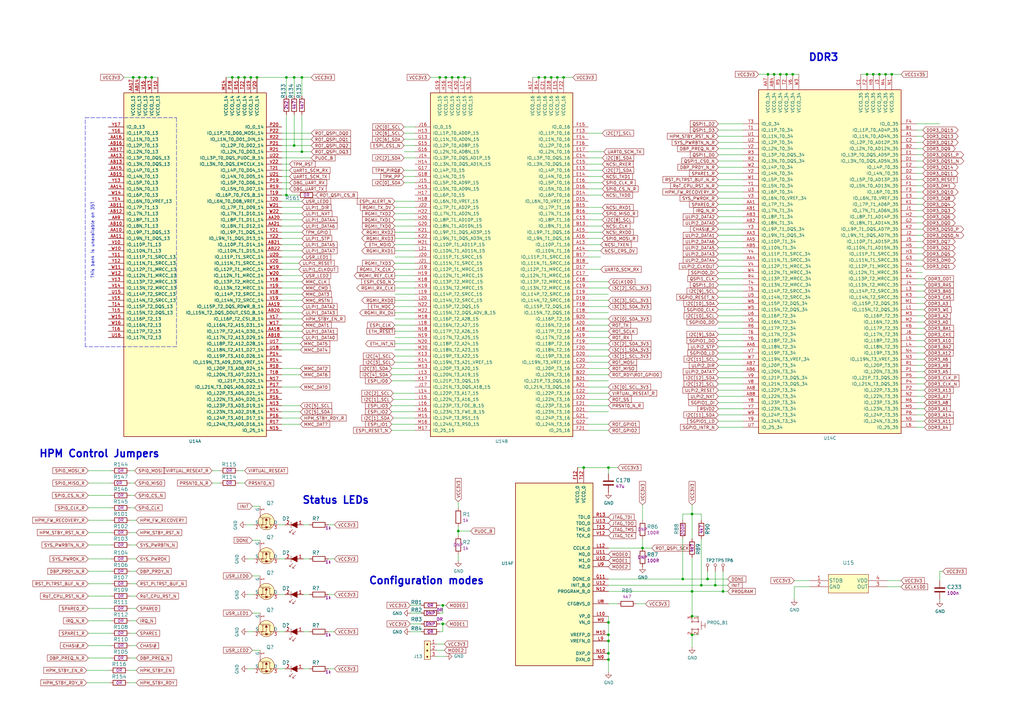
<source format=kicad_sch>
(kicad_sch (version 20211123) (generator eeschema)
  (paper "A3")
  (title_block (title "Artix - Datacenter Secure Control Module (DC-SCM)") (rev "1.1.0"))
  (junction (at 190.5 31.75))
  (junction (at 283.845 252.73))
  (junction (at 181.61 255.905))
  (junction (at 325.12 30.48))
  (junction (at 283.845 260.35))
  (junction (at 249.555 267.97))
  (junction (at 100.33 31.75))
  (junction (at 187.96 217.805))
  (junction (at 180.34 31.75))
  (junction (at 95.25 31.75))
  (junction (at 314.96 30.48))
  (junction (at 249.555 191.77))
  (junction (at 317.5 30.48))
  (junction (at 249.555 260.35))
  (junction (at 120.65 31.75))
  (junction (at 360.68 30.48))
  (junction (at 283.845 210.82))
  (junction (at 187.96 31.75))
  (junction (at 123.825 31.75))
  (junction (at 287.655 240.03))
  (junction (at 322.58 30.48))
  (junction (at 62.23 31.75))
  (junction (at 228.6 31.75))
  (junction (at 249.555 255.27))
  (junction (at 365.76 30.48))
  (junction (at 59.69 31.75))
  (junction (at 102.87 31.75))
  (junction (at 181.61 248.285))
  (junction (at 320.04 30.48))
  (junction (at 280.035 237.49))
  (junction (at 239.395 191.77))
  (junction (at 226.06 31.75))
  (junction (at 355.6 30.48))
  (junction (at 263.525 224.79))
  (junction (at 54.61 31.75))
  (junction (at 296.545 242.57))
  (junction (at 223.52 31.75))
  (junction (at 182.88 31.75))
  (junction (at 358.14 30.48))
  (junction (at 363.22 30.48))
  (junction (at 117.475 31.75))
  (junction (at 97.79 31.75))
  (junction (at 220.98 31.75))
  (junction (at 185.42 31.75))
  (junction (at 120.65 59.69))
  (junction (at 283.845 242.57))
  (junction (at 293.37 240.03))
  (junction (at 249.555 262.89))
  (junction (at 249.555 270.51))
  (junction (at 117.475 80.01))
  (junction (at 123.825 62.23))
  (junction (at 231.14 31.75))
  (junction (at 105.41 31.75))
  (junction (at 57.15 31.75))
  (junction (at 290.195 237.49))
  (wire (pts (xy 55.245 193.04) (xy 53.34 193.04)))
  (wire (pts (xy 114.3 215.265) (xy 116.84 215.265)))
  (wire (pts (xy 101.6 243.84) (xy 104.14 243.84)))
  (wire (pts (xy 115.57 143.51) (xy 123.19 143.51)))
  (wire (pts (xy 124.46 243.84) (xy 127 243.84)))
  (wire (pts (xy 123.825 125.73) (xy 115.57 125.73)))
  (wire (pts (xy 106.68 251.46) (xy 103.505 251.46)))
  (wire (pts (xy 294.64 124.46) (xy 304.8 124.46)))
  (wire (pts (xy 375.92 124.46) (xy 379.095 124.46)))
  (wire (pts (xy 123.825 85.09) (xy 115.57 85.09)))
  (wire (pts (xy 114.3 229.235) (xy 116.84 229.235)))
  (wire (pts (xy 360.68 30.48) (xy 363.22 30.48)))
  (wire (pts (xy 294.64 165.1) (xy 304.8 165.1)))
  (wire (pts (xy 118.745 72.39) (xy 115.57 72.39)))
  (wire (pts (xy 53.34 213.36) (xy 55.88 213.36)))
  (wire (pts (xy 375.92 119.38) (xy 379.095 119.38)))
  (wire (pts (xy 114.3 243.84) (xy 116.84 243.84)))
  (wire (pts (xy 249.555 247.65) (xy 253.365 247.65)))
  (wire (pts (xy 161.925 128.27) (xy 170.18 128.27)))
  (wire (pts (xy 239.395 191.77) (xy 236.855 191.77)))
  (wire (pts (xy 375.92 142.24) (xy 379.095 142.24)))
  (wire (pts (xy 161.925 90.17) (xy 170.18 90.17)))
  (wire (pts (xy 294.64 83.82) (xy 304.8 83.82)))
  (wire (pts (xy 123.825 138.43) (xy 115.57 138.43)))
  (wire (pts (xy 53.34 244.475) (xy 55.88 244.475)))
  (wire (pts (xy 304.8 175.26) (xy 294.64 175.26)))
  (wire (pts (xy 187.96 227.33) (xy 187.96 229.87)))
  (wire (pts (xy 127.635 62.23) (xy 123.825 62.23)))
  (wire (pts (xy 283.845 252.73) (xy 283.845 242.57)))
  (wire (pts (xy 127.635 59.69) (xy 120.65 59.69)))
  (wire (pts (xy 115.57 115.57) (xy 123.825 115.57)))
  (wire (pts (xy 182.245 264.16) (xy 179.07 264.16)))
  (wire (pts (xy 187.96 31.75) (xy 185.42 31.75)))
  (wire (pts (xy 241.3 102.87) (xy 246.38 102.87)))
  (wire (pts (xy 283.845 210.82) (xy 280.035 210.82)))
  (wire (pts (xy 170.18 57.15) (xy 165.735 57.15)))
  (wire (pts (xy 249.555 166.37) (xy 241.3 166.37)))
  (wire (pts (xy 123.825 133.35) (xy 115.57 133.35)))
  (wire (pts (xy 375.92 147.32) (xy 379.095 147.32)))
  (wire (pts (xy 55.88 234.315) (xy 53.34 234.315)))
  (wire (pts (xy 385.445 246.38) (xy 385.445 245.745)))
  (wire (pts (xy 375.92 96.52) (xy 378.46 96.52)))
  (wire (pts (xy 294.64 58.42) (xy 304.8 58.42)))
  (wire (pts (xy 36.195 218.44) (xy 45.72 218.44)))
  (wire (pts (xy 375.92 88.9) (xy 378.46 88.9)))
  (wire (pts (xy 267.335 224.79) (xy 263.525 224.79)))
  (wire (pts (xy 249.555 115.57) (xy 241.3 115.57)))
  (wire (pts (xy 118.745 69.85) (xy 115.57 69.85)))
  (wire (pts (xy 249.555 176.53) (xy 241.3 176.53)))
  (wire (pts (xy 120.65 59.69) (xy 115.57 59.69)))
  (wire (pts (xy 100.33 31.75) (xy 102.87 31.75)))
  (wire (pts (xy 115.57 67.31) (xy 118.745 67.31)))
  (wire (pts (xy 375.92 104.14) (xy 378.46 104.14)))
  (wire (pts (xy 180.34 251.46) (xy 181.61 251.46)))
  (wire (pts (xy 53.34 259.715) (xy 55.88 259.715)))
  (wire (pts (xy 124.46 215.265) (xy 127 215.265)))
  (wire (pts (xy 160.655 166.37) (xy 170.18 166.37)))
  (wire (pts (xy 180.34 31.75) (xy 176.53 31.75)))
  (wire (pts (xy 160.655 173.99) (xy 170.18 173.99)))
  (wire (pts (xy 161.925 143.51) (xy 170.18 143.51)))
  (wire (pts (xy 165.735 72.39) (xy 170.18 72.39)))
  (wire (pts (xy 293.37 234.315) (xy 293.37 240.03)))
  (wire (pts (xy 375.92 55.88) (xy 378.46 55.88)))
  (wire (pts (xy 294.64 109.22) (xy 304.8 109.22)))
  (wire (pts (xy 241.3 69.85) (xy 247.015 69.85)))
  (wire (pts (xy 375.92 139.7) (xy 379.095 139.7)))
  (wire (pts (xy 161.925 113.03) (xy 170.18 113.03)))
  (wire (pts (xy 101.6 274.32) (xy 104.14 274.32)))
  (wire (pts (xy 115.57 135.89) (xy 123.825 135.89)))
  (wire (pts (xy 294.64 106.68) (xy 304.8 106.68)))
  (wire (pts (xy 294.64 137.16) (xy 304.8 137.16)))
  (wire (pts (xy 249.555 128.27) (xy 241.3 128.27)))
  (wire (pts (xy 97.79 198.12) (xy 100.33 198.12)))
  (wire (pts (xy 45.72 264.795) (xy 36.195 264.795)))
  (wire (pts (xy 241.3 62.23) (xy 247.65 62.23)))
  (wire (pts (xy 226.06 31.75) (xy 228.6 31.75)))
  (wire (pts (xy 114.3 274.32) (xy 116.84 274.32)))
  (wire (pts (xy 249.555 153.67) (xy 241.3 153.67)))
  (wire (pts (xy 218.44 31.75) (xy 220.98 31.75)))
  (wire (pts (xy 105.41 31.75) (xy 117.475 31.75)))
  (wire (pts (xy 115.57 158.75) (xy 123.19 158.75)))
  (wire (pts (xy 241.3 92.71) (xy 247.015 92.71)))
  (wire (pts (xy 123.825 90.17) (xy 115.57 90.17)))
  (wire (pts (xy 54.61 31.75) (xy 50.8 31.75)))
  (wire (pts (xy 294.64 134.62) (xy 304.8 134.62)))
  (wire (pts (xy 375.92 144.78) (xy 379.095 144.78)))
  (wire (pts (xy 294.64 99.06) (xy 304.8 99.06)))
  (wire (pts (xy 115.57 118.11) (xy 123.825 118.11)))
  (wire (pts (xy 294.64 152.4) (xy 304.8 152.4)))
  (wire (pts (xy 181.61 251.46) (xy 181.61 248.285)))
  (wire (pts (xy 165.735 64.77) (xy 170.18 64.77)))
  (wire (pts (xy 187.96 215.9) (xy 187.96 217.805)))
  (wire (pts (xy 286.385 260.35) (xy 283.845 260.35)))
  (wire (pts (xy 160.655 156.21) (xy 170.18 156.21)))
  (wire (pts (xy 249.555 255.27) (xy 249.555 260.35)))
  (wire (pts (xy 375.92 132.08) (xy 379.095 132.08)))
  (wire (pts (xy 294.64 104.14) (xy 304.8 104.14)))
  (wire (pts (xy 179.07 266.7) (xy 182.245 266.7)))
  (wire (pts (xy 249.555 163.83) (xy 241.3 163.83)))
  (wire (pts (xy 294.64 111.76) (xy 304.8 111.76)))
  (wire (pts (xy 101.6 229.235) (xy 104.14 229.235)))
  (wire (pts (xy 53.34 229.235) (xy 55.88 229.235)))
  (wire (pts (xy 375.92 129.54) (xy 379.095 129.54)))
  (wire (pts (xy 181.61 259.08) (xy 181.61 255.905)))
  (wire (pts (xy 181.61 255.905) (xy 180.34 255.905)))
  (wire (pts (xy 161.925 87.63) (xy 170.18 87.63)))
  (wire (pts (xy 190.5 31.75) (xy 187.96 31.75)))
  (wire (pts (xy 249.555 168.91) (xy 241.3 168.91)))
  (wire (pts (xy 53.34 239.395) (xy 55.88 239.395)))
  (wire (pts (xy 161.925 105.41) (xy 170.18 105.41)))
  (wire (pts (xy 123.825 113.03) (xy 115.57 113.03)))
  (wire (pts (xy 86.995 198.12) (xy 90.17 198.12)))
  (wire (pts (xy 325.755 238.125) (xy 332.105 238.125)))
  (wire (pts (xy 170.18 95.25) (xy 161.925 95.25)))
  (wire (pts (xy 294.64 53.34) (xy 304.8 53.34)))
  (wire (pts (xy 294.64 50.8) (xy 304.8 50.8)))
  (wire (pts (xy 165.735 69.85) (xy 170.18 69.85)))
  (wire (pts (xy 120.65 31.75) (xy 123.825 31.75)))
  (wire (pts (xy 375.92 81.28) (xy 378.46 81.28)))
  (wire (pts (xy 115.57 123.19) (xy 123.825 123.19)))
  (polyline (pts (xy 34.925 48.26) (xy 72.39 48.26)))
  (wire (pts (xy 36.195 198.12) (xy 45.72 198.12)))
  (wire (pts (xy 115.57 171.45) (xy 123.19 171.45)))
  (wire (pts (xy 375.92 73.66) (xy 378.46 73.66)))
  (wire (pts (xy 375.92 93.98) (xy 378.46 93.98)))
  (wire (pts (xy 160.655 151.13) (xy 170.18 151.13)))
  (wire (pts (xy 375.92 63.5) (xy 378.46 63.5)))
  (wire (pts (xy 165.735 54.61) (xy 170.18 54.61)))
  (wire (pts (xy 296.545 242.57) (xy 298.45 242.57)))
  (wire (pts (xy 294.64 76.2) (xy 304.8 76.2)))
  (wire (pts (xy 249.555 156.21) (xy 241.3 156.21)))
  (wire (pts (xy 134.62 215.265) (xy 137.16 215.265)))
  (wire (pts (xy 375.92 165.1) (xy 379.095 165.1)))
  (wire (pts (xy 121.92 80.01) (xy 117.475 80.01)))
  (wire (pts (xy 280.035 220.98) (xy 280.035 237.49)))
  (wire (pts (xy 161.925 130.81) (xy 170.18 130.81)))
  (wire (pts (xy 36.195 203.2) (xy 45.72 203.2)))
  (wire (pts (xy 187.96 205.74) (xy 187.96 208.28)))
  (wire (pts (xy 185.42 31.75) (xy 182.88 31.75)))
  (wire (pts (xy 283.845 210.82) (xy 287.655 210.82)))
  (wire (pts (xy 249.555 242.57) (xy 283.845 242.57)))
  (wire (pts (xy 375.92 101.6) (xy 378.46 101.6)))
  (wire (pts (xy 375.92 83.82) (xy 378.46 83.82)))
  (wire (pts (xy 117.475 39.37) (xy 117.475 31.75)))
  (wire (pts (xy 375.92 149.86) (xy 379.095 149.86)))
  (wire (pts (xy 92.71 31.75) (xy 95.25 31.75)))
  (wire (pts (xy 294.64 86.36) (xy 304.8 86.36)))
  (wire (pts (xy 161.925 138.43) (xy 170.18 138.43)))
  (wire (pts (xy 294.64 60.96) (xy 304.8 60.96)))
  (wire (pts (xy 294.64 71.12) (xy 304.8 71.12)))
  (wire (pts (xy 296.545 234.315) (xy 296.545 242.57)))
  (wire (pts (xy 294.64 149.86) (xy 304.8 149.86)))
  (wire (pts (xy 170.18 97.79) (xy 161.925 97.79)))
  (wire (pts (xy 117.475 31.75) (xy 120.65 31.75)))
  (wire (pts (xy 115.57 166.37) (xy 123.19 166.37)))
  (wire (pts (xy 294.64 116.84) (xy 304.8 116.84)))
  (wire (pts (xy 45.72 269.875) (xy 36.195 269.875)))
  (wire (pts (xy 294.64 96.52) (xy 304.8 96.52)))
  (wire (pts (xy 241.3 72.39) (xy 247.015 72.39)))
  (wire (pts (xy 160.655 168.91) (xy 170.18 168.91)))
  (wire (pts (xy 249.555 260.35) (xy 249.555 262.89)))
  (wire (pts (xy 97.79 193.04) (xy 100.33 193.04)))
  (wire (pts (xy 123.825 39.37) (xy 123.825 31.75)))
  (wire (pts (xy 294.64 55.88) (xy 304.8 55.88)))
  (wire (pts (xy 160.655 176.53) (xy 170.18 176.53)))
  (wire (pts (xy 379.095 162.56) (xy 375.92 162.56)))
  (wire (pts (xy 161.925 135.89) (xy 170.18 135.89)))
  (wire (pts (xy 123.825 102.87) (xy 115.57 102.87)))
  (wire (pts (xy 134.62 259.08) (xy 137.16 259.08)))
  (wire (pts (xy 64.77 31.75) (xy 62.23 31.75)))
  (wire (pts (xy 45.085 280.035) (xy 35.56 280.035)))
  (wire (pts (xy 249.555 146.05) (xy 241.3 146.05)))
  (wire (pts (xy 294.64 139.7) (xy 304.8 139.7)))
  (wire (pts (xy 106.68 207.645) (xy 103.505 207.645)))
  (wire (pts (xy 161.925 85.09) (xy 170.18 85.09)))
  (wire (pts (xy 165.735 74.93) (xy 170.18 74.93)))
  (wire (pts (xy 57.15 31.75) (xy 54.61 31.75)))
  (wire (pts (xy 375.92 76.2) (xy 378.46 76.2)))
  (wire (pts (xy 249.555 173.99) (xy 241.3 173.99)))
  (wire (pts (xy 375.92 58.42) (xy 378.46 58.42)))
  (wire (pts (xy 115.57 82.55) (xy 123.825 82.55)))
  (wire (pts (xy 241.3 95.25) (xy 247.015 95.25)))
  (wire (pts (xy 375.92 71.12) (xy 378.46 71.12)))
  (wire (pts (xy 363.855 240.665) (xy 369.57 240.665)))
  (wire (pts (xy 241.3 90.17) (xy 247.015 90.17)))
  (wire (pts (xy 375.92 86.36) (xy 378.46 86.36)))
  (wire (pts (xy 317.5 30.48) (xy 314.96 30.48)))
  (wire (pts (xy 294.64 147.32) (xy 304.8 147.32)))
  (wire (pts (xy 249.555 158.75) (xy 241.3 158.75)))
  (wire (pts (xy 123.825 31.75) (xy 127.635 31.75)))
  (wire (pts (xy 36.195 208.28) (xy 45.72 208.28)))
  (wire (pts (xy 124.46 259.08) (xy 127 259.08)))
  (wire (pts (xy 182.88 269.24) (xy 179.07 269.24)))
  (wire (pts (xy 385.445 238.125) (xy 385.445 234.315)))
  (wire (pts (xy 249.555 120.65) (xy 241.3 120.65)))
  (wire (pts (xy 55.245 198.12) (xy 53.34 198.12)))
  (wire (pts (xy 160.655 153.67) (xy 170.18 153.67)))
  (wire (pts (xy 314.96 30.48) (xy 311.15 30.48)))
  (wire (pts (xy 172.72 248.285) (xy 168.275 248.285)))
  (wire (pts (xy 294.64 132.08) (xy 304.8 132.08)))
  (wire (pts (xy 241.3 54.61) (xy 247.015 54.61)))
  (wire (pts (xy 181.61 248.285) (xy 180.34 248.285)))
  (wire (pts (xy 182.88 31.75) (xy 180.34 31.75)))
  (wire (pts (xy 375.92 66.04) (xy 378.46 66.04)))
  (wire (pts (xy 379.095 167.64) (xy 375.92 167.64)))
  (wire (pts (xy 36.195 249.555) (xy 45.72 249.555)))
  (wire (pts (xy 294.64 91.44) (xy 304.8 91.44)))
  (wire (pts (xy 294.64 160.02) (xy 304.8 160.02)))
  (wire (pts (xy 294.64 127) (xy 304.8 127)))
  (wire (pts (xy 55.245 203.2) (xy 53.34 203.2)))
  (wire (pts (xy 263.525 213.36) (xy 263.525 207.01)))
  (wire (pts (xy 134.62 243.84) (xy 137.16 243.84)))
  (wire (pts (xy 161.925 118.11) (xy 170.18 118.11)))
  (wire (pts (xy 249.555 252.73) (xy 249.555 255.27)))
  (wire (pts (xy 193.04 31.75) (xy 190.5 31.75)))
  (wire (pts (xy 161.925 115.57) (xy 170.18 115.57)))
  (wire (pts (xy 304.8 129.54) (xy 294.64 129.54)))
  (wire (pts (xy 106.68 266.7) (xy 103.505 266.7)))
  (wire (pts (xy 375.92 170.18) (xy 379.095 170.18)))
  (wire (pts (xy 115.57 151.13) (xy 123.19 151.13)))
  (wire (pts (xy 45.72 259.715) (xy 36.195 259.715)))
  (wire (pts (xy 325.755 240.665) (xy 325.755 245.745)))
  (wire (pts (xy 55.245 208.28) (xy 53.34 208.28)))
  (wire (pts (xy 106.68 236.22) (xy 103.505 236.22)))
  (wire (pts (xy 249.555 130.81) (xy 241.3 130.81)))
  (wire (pts (xy 134.62 229.235) (xy 137.16 229.235)))
  (wire (pts (xy 249.555 191.77) (xy 239.395 191.77)))
  (wire (pts (xy 249.555 151.13) (xy 241.3 151.13)))
  (wire (pts (xy 294.64 78.74) (xy 304.8 78.74)))
  (wire (pts (xy 161.925 110.49) (xy 170.18 110.49)))
  (wire (pts (xy 45.085 274.955) (xy 35.56 274.955)))
  (wire (pts (xy 294.64 101.6) (xy 304.8 101.6)))
  (wire (pts (xy 36.195 244.475) (xy 45.72 244.475)))
  (wire (pts (xy 294.64 114.3) (xy 304.8 114.3)))
  (wire (pts (xy 241.3 67.31) (xy 247.015 67.31)))
  (wire (pts (xy 161.925 146.05) (xy 170.18 146.05)))
  (wire (pts (xy 375.92 91.44) (xy 378.46 91.44)))
  (wire (pts (xy 187.96 217.805) (xy 193.04 217.805)))
  (wire (pts (xy 241.3 64.77) (xy 247.015 64.77)))
  (wire (pts (xy 241.3 74.93) (xy 247.015 74.93)))
  (wire (pts (xy 294.64 88.9) (xy 304.8 88.9)))
  (wire (pts (xy 249.555 135.89) (xy 241.3 135.89)))
  (wire (pts (xy 161.925 82.55) (xy 170.18 82.55)))
  (wire (pts (xy 283.845 228.6) (xy 283.845 242.57)))
  (wire (pts (xy 180.34 259.08) (xy 181.61 259.08)))
  (wire (pts (xy 325.12 30.48) (xy 322.58 30.48)))
  (wire (pts (xy 123.825 97.79) (xy 115.57 97.79)))
  (wire (pts (xy 102.87 31.75) (xy 105.41 31.75)))
  (wire (pts (xy 294.64 73.66) (xy 304.8 73.66)))
  (wire (pts (xy 53.34 269.875) (xy 55.88 269.875)))
  (wire (pts (xy 117.475 46.99) (xy 117.475 80.01)))
  (wire (pts (xy 375.92 175.26) (xy 379.095 175.26)))
  (wire (pts (xy 161.29 163.83) (xy 170.18 163.83)))
  (polyline (pts (xy 72.39 48.26) (xy 72.39 142.24)))
  (wire (pts (xy 294.64 144.78) (xy 304.8 144.78)))
  (wire (pts (xy 247.015 85.09) (xy 241.3 85.09)))
  (wire (pts (xy 172.72 259.08) (xy 168.275 259.08)))
  (wire (pts (xy 283.845 220.98) (xy 283.845 210.82)))
  (wire (pts (xy 241.3 110.49) (xy 246.38 110.49)))
  (wire (pts (xy 375.92 50.8) (xy 385.445 50.8)))
  (wire (pts (xy 375.92 109.22) (xy 378.46 109.22)))
  (wire (pts (xy 375.92 154.94) (xy 379.095 154.94)))
  (wire (pts (xy 123.825 95.25) (xy 115.57 95.25)))
  (wire (pts (xy 100.965 215.265) (xy 104.14 215.265)))
  (wire (pts (xy 294.64 154.94) (xy 304.8 154.94)))
  (wire (pts (xy 36.195 239.395) (xy 45.72 239.395)))
  (wire (pts (xy 249.555 138.43) (xy 241.3 138.43)))
  (wire (pts (xy 298.45 237.49) (xy 290.195 237.49)))
  (wire (pts (xy 122.555 110.49) (xy 115.57 110.49)))
  (wire (pts (xy 161.29 161.29) (xy 170.18 161.29)))
  (wire (pts (xy 241.3 80.01) (xy 247.015 80.01)))
  (wire (pts (xy 375.92 53.34) (xy 378.46 53.34)))
  (wire (pts (xy 375.92 60.96) (xy 378.46 60.96)))
  (wire (pts (xy 363.855 238.125) (xy 369.57 238.125)))
  (wire (pts (xy 123.19 168.91) (xy 115.57 168.91)))
  (wire (pts (xy 249.555 125.73) (xy 241.3 125.73)))
  (wire (pts (xy 375.92 137.16) (xy 379.095 137.16)))
  (wire (pts (xy 363.22 30.48) (xy 365.76 30.48)))
  (wire (pts (xy 127.635 57.15) (xy 115.57 57.15)))
  (polyline (pts (xy 34.925 142.24) (xy 34.925 48.26)))
  (wire (pts (xy 97.79 31.75) (xy 100.33 31.75)))
  (wire (pts (xy 53.34 254.635) (xy 55.88 254.635)))
  (wire (pts (xy 375.92 121.92) (xy 379.095 121.92)))
  (wire (pts (xy 161.925 148.59) (xy 170.18 148.59)))
  (wire (pts (xy 249.555 262.89) (xy 249.555 267.97)))
  (wire (pts (xy 123.825 105.41) (xy 115.57 105.41)))
  (wire (pts (xy 228.6 31.75) (xy 231.14 31.75)))
  (wire (pts (xy 101.6 259.08) (xy 104.14 259.08)))
  (wire (pts (xy 120.65 39.37) (xy 120.65 31.75)))
  (wire (pts (xy 115.57 120.65) (xy 123.825 120.65)))
  (wire (pts (xy 53.34 223.52) (xy 55.88 223.52)))
  (wire (pts (xy 327.66 30.48) (xy 325.12 30.48)))
  (wire (pts (xy 294.64 119.38) (xy 304.8 119.38)))
  (wire (pts (xy 375.92 116.84) (xy 379.095 116.84)))
  (wire (pts (xy 322.58 30.48) (xy 320.04 30.48)))
  (wire (pts (xy 165.735 59.69) (xy 170.18 59.69)))
  (wire (pts (xy 95.25 31.75) (xy 97.79 31.75)))
  (wire (pts (xy 170.18 107.95) (xy 161.925 107.95)))
  (wire (pts (xy 249.555 118.11) (xy 241.3 118.11)))
  (wire (pts (xy 249.555 148.59) (xy 241.3 148.59)))
  (wire (pts (xy 241.3 140.97) (xy 249.555 140.97)))
  (wire (pts (xy 127.635 64.77) (xy 115.57 64.77)))
  (wire (pts (xy 165.735 62.23) (xy 170.18 62.23)))
  (wire (pts (xy 62.23 31.75) (xy 59.69 31.75)))
  (wire (pts (xy 115.57 74.93) (xy 118.745 74.93)))
  (wire (pts (xy 53.34 264.795) (xy 55.88 264.795)))
  (wire (pts (xy 36.195 229.235) (xy 45.72 229.235)))
  (wire (pts (xy 127.635 54.61) (xy 115.57 54.61)))
  (wire (pts (xy 294.64 121.92) (xy 304.8 121.92)))
  (wire (pts (xy 106.68 221.615) (xy 103.505 221.615)))
  (wire (pts (xy 117.475 80.01) (xy 115.57 80.01)))
  (wire (pts (xy 280.035 237.49) (xy 249.555 237.49)))
  (wire (pts (xy 249.555 143.51) (xy 241.3 143.51)))
  (wire (pts (xy 294.64 81.28) (xy 304.8 81.28)))
  (wire (pts (xy 283.845 242.57) (xy 296.545 242.57)))
  (wire (pts (xy 170.18 125.73) (xy 161.925 125.73)))
  (wire (pts (xy 115.57 173.99) (xy 123.19 173.99)))
  (wire (pts (xy 375.92 68.58) (xy 378.46 68.58)))
  (wire (pts (xy 223.52 31.75) (xy 226.06 31.75)))
  (wire (pts (xy 375.92 78.74) (xy 378.46 78.74)))
  (wire (pts (xy 375.92 134.62) (xy 379.095 134.62)))
  (wire (pts (xy 187.96 217.805) (xy 187.96 219.71)))
  (wire (pts (xy 287.655 220.98) (xy 287.655 240.03)))
  (wire (pts (xy 161.925 92.71) (xy 170.18 92.71)))
  (wire (pts (xy 59.69 31.75) (xy 57.15 31.75)))
  (wire (pts (xy 293.37 240.03) (xy 298.45 240.03)))
  (wire (pts (xy 115.57 128.27) (xy 123.825 128.27)))
  (wire (pts (xy 375.92 160.02) (xy 379.095 160.02)))
  (wire (pts (xy 294.64 172.72) (xy 304.8 172.72)))
  (wire (pts (xy 231.14 31.75) (xy 234.95 31.75)))
  (wire (pts (xy 124.46 229.235) (xy 127 229.235)))
  (wire (pts (xy 379.095 172.72) (xy 375.92 172.72)))
  (wire (pts (xy 241.3 97.79) (xy 247.015 97.79)))
  (wire (pts (xy 294.64 63.5) (xy 304.8 63.5)))
  (wire (pts (xy 161.925 133.35) (xy 170.18 133.35)))
  (wire (pts (xy 124.46 274.32) (xy 127 274.32)))
  (wire (pts (xy 241.3 105.41) (xy 246.38 105.41)))
  (wire (pts (xy 375.92 111.76) (xy 378.46 111.76)))
  (wire (pts (xy 115.57 153.67) (xy 123.19 153.67)))
  (wire (pts (xy 287.655 210.82) (xy 287.655 213.36)))
  (wire (pts (xy 123.825 46.99) (xy 123.825 62.23)))
  (polyline (pts (xy 72.39 142.24) (xy 34.925 142.24)))
  (wire (pts (xy 123.825 100.33) (xy 115.57 100.33)))
  (wire (pts (xy 241.3 87.63) (xy 247.015 87.63)))
  (wire (pts (xy 385.445 234.315) (xy 386.715 234.315)))
  (wire (pts (xy 114.3 259.08) (xy 116.84 259.08)))
  (wire (pts (xy 53.34 218.44) (xy 55.88 218.44)))
  (wire (pts (xy 283.845 260.35) (xy 283.845 265.43)))
  (wire (pts (xy 375.92 106.68) (xy 378.46 106.68)))
  (wire (pts (xy 294.64 162.56) (xy 304.8 162.56)))
  (wire (pts (xy 161.925 120.65) (xy 170.18 120.65)))
  (wire (pts (xy 355.6 30.48) (xy 358.14 30.48)))
  (wire (pts (xy 249.555 123.19) (xy 241.3 123.19)))
  (wire (pts (xy 249.555 194.31) (xy 249.555 191.77)))
  (wire (pts (xy 287.655 240.03) (xy 293.37 240.03)))
  (wire (pts (xy 161.925 123.19) (xy 170.18 123.19)))
  (wire (pts (xy 375.92 114.3) (xy 379.095 114.3)))
  (wire (pts (xy 294.64 170.18) (xy 304.8 170.18)))
  (wire (pts (xy 332.105 240.665) (xy 325.755 240.665)))
  (wire (pts (xy 182.88 255.905) (xy 181.61 255.905)))
  (wire (pts (xy 115.57 140.97) (xy 123.19 140.97)))
  (wire (pts (xy 353.06 30.48) (xy 355.6 30.48)))
  (wire (pts (xy 249.555 267.97) (xy 249.555 270.51)))
  (wire (pts (xy 294.64 142.24) (xy 304.8 142.24)))
  (wire (pts (xy 115.57 77.47) (xy 118.745 77.47)))
  (wire (pts (xy 55.88 274.955) (xy 52.705 274.955)))
  (wire (pts (xy 161.925 100.33) (xy 170.18 100.33)))
  (wire (pts (xy 280.035 213.36) (xy 280.035 210.82)))
  (wire (pts (xy 247.015 77.47) (xy 241.3 77.47)))
  (wire (pts (xy 249.555 270.51) (xy 249.555 275.59)))
  (wire (pts (xy 375.92 152.4) (xy 379.095 152.4)))
  (wire (pts (xy 123.825 62.23) (xy 115.57 62.23)))
  (wire (pts (xy 260.985 247.65) (xy 264.795 247.65)))
  (wire (pts (xy 249.555 161.29) (xy 241.3 161.29)))
  (wire (pts (xy 294.64 68.58) (xy 304.8 68.58)))
  (wire (pts (xy 286.385 252.73) (xy 283.845 252.73)))
  (wire (pts (xy 375.92 157.48) (xy 379.095 157.48)))
  (wire (pts (xy 170.18 52.07) (xy 165.735 52.07)))
  (wire (pts (xy 161.925 140.97) (xy 170.18 140.97)))
  (wire (pts (xy 294.64 93.98) (xy 304.8 93.98)))
  (wire (pts (xy 36.195 193.04) (xy 45.72 193.04)))
  (wire (pts (xy 123.825 92.71) (xy 115.57 92.71)))
  (wire (pts (xy 122.555 107.95) (xy 115.57 107.95)))
  (wire (pts (xy 253.365 191.77) (xy 249.555 191.77)))
  (wire (pts (xy 365.76 30.48) (xy 369.57 30.48)))
  (wire (pts (xy 123.825 87.63) (xy 115.57 87.63)))
  (wire (pts (xy 36.195 223.52) (xy 45.72 223.52)))
  (wire (pts (xy 220.98 31.75) (xy 223.52 31.75)))
  (wire (pts (xy 120.65 46.99) (xy 120.65 59.69)))
  (wire (pts (xy 287.655 240.03) (xy 249.555 240.03)))
  (wire (pts (xy 36.195 213.36) (xy 45.72 213.36)))
  (wire (pts (xy 249.555 133.35) (xy 241.3 133.35)))
  (wire (pts (xy 36.195 254.635) (xy 45.72 254.635)))
  (wire (pts (xy 115.57 130.81) (xy 123.825 130.81)))
  (wire (pts (xy 263.525 224.79) (xy 249.555 224.79)))
  (wire (pts (xy 172.72 251.46) (xy 168.275 251.46)))
  (wire (pts (xy 172.72 255.905) (xy 168.275 255.905)))
  (wire (pts (xy 241.3 100.33) (xy 246.38 100.33)))
  (wire (pts (xy 161.925 102.87) (xy 170.18 102.87)))
  (wire (pts (xy 358.14 30.48) (xy 360.68 30.48)))
  (wire (pts (xy 86.995 193.04) (xy 90.17 193.04)))
  (wire (pts (xy 375.92 127) (xy 379.095 127)))
  (wire (pts (xy 52.705 280.035) (xy 55.88 280.035)))
  (wire (pts (xy 320.04 30.48) (xy 317.5 30.48)))
  (wire (pts (xy 294.64 167.64) (xy 304.8 167.64)))
  (wire (pts (xy 182.88 248.285) (xy 181.61 248.285)))
  (wire (pts (xy 294.64 157.48) (xy 304.8 157.48)))
  (wire (pts (xy 290.195 237.49) (xy 280.035 237.49)))
  (wire (pts (xy 45.72 234.315) (xy 36.195 234.315)))
  (wire (pts (xy 294.64 66.04) (xy 304.8 66.04)))
  (wire (pts (xy 263.525 220.98) (xy 263.525 224.79)))
  (wire (pts (xy 161.29 171.45) (xy 170.18 171.45)))
  (wire (pts (xy 134.62 274.32) (xy 137.16 274.32)))
  (wire (pts (xy 283.845 207.01) (xy 283.845 210.82)))
  (wire (pts (xy 290.195 234.315) (xy 290.195 237.49)))
  (wire (pts (xy 375.92 99.06) (xy 378.46 99.06)))
  (wire (pts (xy 53.34 249.555) (xy 55.88 249.555)))
  (text "This bank is unavailable on 35T" (at 38.735 114.3 90) (effects (font (size 1.27 1.27)) (justify left bottom)))
  (text "Configuration modes" (at 151.13 240.03 0) (effects (font (size 2.9972 2.9972) (thickness 0.5994) bold) (justify left bottom)))
  (text "DDR3" (at 331.47 25.4 0) (effects (font (size 2.9972 2.9972) (thickness 0.5994) bold) (justify left bottom)))
  (text "Status LEDs" (at 123.825 207.01 0) (effects (font (size 2.9972 2.9972) (thickness 0.5994) bold) (justify left bottom)))
  (text "HPM Control Jumpers" (at 15.875 187.96 0) (effects (font (size 2.9972 2.9972) (thickness 0.5994) bold) (justify left bottom)))
  (global_label "MMC_CLK" (shape input) (at 123.825 115.57 0) (property "Intersheet References" "${INTERSHEET_REFS}" (effects hide)))
  (global_label "I2C[0]_SDA" (shape input) (at 165.735 74.93 180) (property "Intersheet References" "${INTERSHEET_REFS}" (effects hide)))
  (global_label "SPI0_CLK_R" (shape input) (at 36.195 208.28 180) (property "Intersheet References" "${INTERSHEET_REFS}" (effects hide)))
  (global_label "RST_PLTRST_BUF_N_R" (shape input) (at 36.195 239.395 180) (property "Intersheet References" "${INTERSHEET_REFS}" (effects hide)))
  (global_label "SGPIO_INTR_N" (shape input) (at 294.64 175.26 180) (property "Intersheet References" "${INTERSHEET_REFS}" (effects hide)))
  (global_label "SPI0_MOSI_R" (shape input) (at 36.195 193.04 180) (property "Intersheet References" "${INTERSHEET_REFS}" (effects hide)))
  (global_label "MMC_DAT4" (shape input) (at 123.19 143.51 0) (property "Intersheet References" "${INTERSHEET_REFS}" (effects hide)))
  (global_label "IRQ_N" (shape input) (at 55.88 254.635 0) (property "Intersheet References" "${INTERSHEET_REFS}" (effects hide)))
  (global_label "SPARE0_R" (shape input) (at 294.64 83.82 180) (property "Intersheet References" "${INTERSHEET_REFS}" (effects hide)))
  (global_label "ROT_QSPI_SCK" (shape input) (at 267.335 224.79 0) (property "Intersheet References" "${INTERSHEET_REFS}" (effects hide)))
  (global_label "PUDC_B" (shape input) (at 193.04 217.805 0) (property "Intersheet References" "${INTERSHEET_REFS}" (effects hide)))
  (global_label "DDR3_A2" (shape input) (at 379.095 129.54 0) (property "Intersheet References" "${INTERSHEET_REFS}" (effects hide)))
  (global_label "HPM_STBY_EN_R" (shape input) (at 35.56 274.955 180) (property "Intersheet References" "${INTERSHEET_REFS}" (effects hide)))
  (global_label "UART0_SCM_TX" (shape input) (at 247.65 62.23 0) (property "Intersheet References" "${INTERSHEET_REFS}" (effects hide)))
  (global_label "UART1_SCM_RX" (shape input) (at 118.745 69.85 0) (property "Intersheet References" "${INTERSHEET_REFS}" (effects hide)))
  (global_label "DDR3_RAS" (shape input) (at 379.095 116.84 0) (property "Intersheet References" "${INTERSHEET_REFS}" (effects hide)))
  (global_label "VCC3V3" (shape input) (at 127.635 31.75 0) (property "Intersheet References" "${INTERSHEET_REFS}" (effects hide)))
  (global_label "HPM_STBY_RDY_R" (shape input) (at 35.56 280.035 180) (property "Intersheet References" "${INTERSHEET_REFS}" (effects hide)))
  (global_label "ULPI1_RESET" (shape input) (at 122.555 107.95 0) (property "Intersheet References" "${INTERSHEET_REFS}" (effects hide)))
  (global_label "SYS_PWROK" (shape input) (at 55.88 229.235 0) (property "Intersheet References" "${INTERSHEET_REFS}" (effects hide)))
  (global_label "SGPIO_RESET_N" (shape input) (at 294.64 121.92 180) (property "Intersheet References" "${INTERSHEET_REFS}" (effects hide)))
  (global_label "DDR3_A8" (shape input) (at 379.095 165.1 0) (property "Intersheet References" "${INTERSHEET_REFS}" (effects hide)))
  (global_label "VCC3V3" (shape input) (at 369.57 238.125 0) (property "Intersheet References" "${INTERSHEET_REFS}" (effects hide)))
  (global_label "SYS_PWROK_R" (shape input) (at 294.64 81.28 180) (property "Intersheet References" "${INTERSHEET_REFS}" (effects hide)))
  (global_label "RGMII_RXD3" (shape output) (at 161.925 97.79 180) (property "Intersheet References" "${INTERSHEET_REFS}" (effects hide)))
  (global_label "ETH_INT_N" (shape output) (at 161.925 140.97 180) (property "Intersheet References" "${INTERSHEET_REFS}" (effects hide)))
  (global_label "VCC3V3" (shape input) (at 386.715 234.315 0) (property "Intersheet References" "${INTERSHEET_REFS}" (effects hide)))
  (global_label "SPARE0_R" (shape input) (at 36.195 249.555 180) (property "Intersheet References" "${INTERSHEET_REFS}" (effects hide)))
  (global_label "HPM_STBY_RDY_R" (shape input) (at 123.19 171.45 0) (property "Intersheet References" "${INTERSHEET_REFS}" (effects hide)))
  (global_label "MMC_CMD" (shape input) (at 123.825 118.11 0) (property "Intersheet References" "${INTERSHEET_REFS}" (effects hide)))
  (global_label "DDR3_CLK_N" (shape input) (at 379.095 157.48 0) (property "Intersheet References" "${INTERSHEET_REFS}" (effects hide)))
  (global_label "ESPI_IO2" (shape input) (at 160.655 168.91 180) (property "Intersheet References" "${INTERSHEET_REFS}" (effects hide)))
  (global_label "DONE" (shape input) (at 103.505 221.615 180) (property "Intersheet References" "${INTERSHEET_REFS}" (effects hide)))
  (global_label "RGMII_TXD1" (shape input) (at 161.925 90.17 180) (property "Intersheet References" "${INTERSHEET_REFS}" (effects hide)))
  (global_label "SPARE1_R" (shape input) (at 294.64 71.12 180) (property "Intersheet References" "${INTERSHEET_REFS}" (effects hide)))
  (global_label "I2C[3]_SCL" (shape input) (at 161.925 148.59 180) (property "Intersheet References" "${INTERSHEET_REFS}" (effects hide)))
  (global_label "ROT_QSPI_DQ1" (shape input) (at 127.635 57.15 0) (property "Intersheet References" "${INTERSHEET_REFS}" (effects hide)))
  (global_label "SPI0_MOSI_R" (shape input) (at 247.015 97.79 0) (property "Intersheet References" "${INTERSHEET_REFS}" (effects hide)))
  (global_label "VCC3V3" (shape input) (at 137.16 229.235 0) (property "Intersheet References" "${INTERSHEET_REFS}" (effects hide)))
  (global_label "RST_PLTRST_BUF_N" (shape input) (at 55.88 239.395 0) (property "Intersheet References" "${INTERSHEET_REFS}" (effects hide)))
  (global_label "I2C[5]_SDA" (shape input) (at 123.19 168.91 0) (property "Intersheet References" "${INTERSHEET_REFS}" (effects hide)))
  (global_label "MMC_RSTN" (shape input) (at 123.825 123.19 0) (property "Intersheet References" "${INTERSHEET_REFS}" (effects hide)))
  (global_label "DDR3_A4" (shape input) (at 379.095 175.26 0) (property "Intersheet References" "${INTERSHEET_REFS}" (effects hide)))
  (global_label "ROT_RX" (shape input) (at 249.555 138.43 0) (property "Intersheet References" "${INTERSHEET_REFS}" (effects hide)))
  (global_label "SGPIO1_DO" (shape input) (at 294.64 139.7 180) (property "Intersheet References" "${INTERSHEET_REFS}" (effects hide)))
  (global_label "DDR3_WE" (shape input) (at 379.095 127 0) (property "Intersheet References" "${INTERSHEET_REFS}" (effects hide)))
  (global_label "RGMII_TXD2" (shape input) (at 161.925 87.63 180) (property "Intersheet References" "${INTERSHEET_REFS}" (effects hide)))
  (global_label "HPM_STBY_RDY" (shape input) (at 55.88 280.035 0) (property "Intersheet References" "${INTERSHEET_REFS}" (effects hide)))
  (global_label "DDR3_DQ6" (shape bidirectional) (at 378.46 88.9 0) (property "Intersheet References" "${INTERSHEET_REFS}" (effects hide)))
  (global_label "ESPI_CS1_N" (shape input) (at 165.735 59.69 180) (property "Intersheet References" "${INTERSHEET_REFS}" (effects hide)))
  (global_label "USR_LED0" (shape input) (at 103.505 236.22 180) (property "Intersheet References" "${INTERSHEET_REFS}" (effects hide)))
  (global_label "SGPIO1_LD" (shape input) (at 294.64 172.72 180) (property "Intersheet References" "${INTERSHEET_REFS}" (effects hide)))
  (global_label "HPM_STBY_RST_N_R" (shape input) (at 36.195 218.44 180) (property "Intersheet References" "${INTERSHEET_REFS}" (effects hide)))
  (global_label "VCC3V3" (shape input) (at 176.53 31.75 180) (property "Intersheet References" "${INTERSHEET_REFS}" (effects hide)))
  (global_label "MMC_DAT3" (shape input) (at 123.825 120.65 0) (property "Intersheet References" "${INTERSHEET_REFS}" (effects hide)))
  (global_label "DDR3_A11" (shape input) (at 379.095 172.72 0) (property "Intersheet References" "${INTERSHEET_REFS}" (effects hide)))
  (global_label "DDR3_A7" (shape input) (at 379.095 162.56 0) (property "Intersheet References" "${INTERSHEET_REFS}" (effects hide)))
  (global_label "SPI0_MISO_R" (shape input) (at 36.195 198.12 180) (property "Intersheet References" "${INTERSHEET_REFS}" (effects hide)))
  (global_label "DDR3_A1" (shape input) (at 379.095 167.64 0) (property "Intersheet References" "${INTERSHEET_REFS}" (effects hide)))
  (global_label "I3C[0]_SCL_3V3" (shape input) (at 249.555 158.75 0) (property "Intersheet References" "${INTERSHEET_REFS}" (effects hide)))
  (global_label "DDR3_DQS0_N" (shape bidirectional) (at 378.46 96.52 0) (property "Intersheet References" "${INTERSHEET_REFS}" (effects hide)))
  (global_label "I2C[9]_SCL" (shape input) (at 294.64 119.38 180) (property "Intersheet References" "${INTERSHEET_REFS}" (effects hide)))
  (global_label "SPI0_CLK" (shape input) (at 55.245 208.28 0) (property "Intersheet References" "${INTERSHEET_REFS}" (effects hide)))
  (global_label "ULPI1_DATA5" (shape input) (at 123.825 100.33 0) (property "Intersheet References" "${INTERSHEET_REFS}" (effects hide)))
  (global_label "SPI0_CS_N" (shape input) (at 55.245 203.2 0) (property "Intersheet References" "${INTERSHEET_REFS}" (effects hide)))
  (global_label "I2C[9]_SDA" (shape input) (at 294.64 137.16 180) (property "Intersheet References" "${INTERSHEET_REFS}" (effects hide)))
  (global_label "QSPI1_D2" (shape input) (at 294.64 50.8 180) (property "Intersheet References" "${INTERSHEET_REFS}" (effects hide)))
  (global_label "SPI0_CS_N_R" (shape input) (at 36.195 203.2 180) (property "Intersheet References" "${INTERSHEET_REFS}" (effects hide)))
  (global_label "DBP_PREQ_N_R" (shape input) (at 36.195 269.875 180) (property "Intersheet References" "${INTERSHEET_REFS}" (effects hide)))
  (global_label "ULPI1_NXT" (shape input) (at 123.825 87.63 0) (property "Intersheet References" "${INTERSHEET_REFS}" (effects hide)))
  (global_label "ROT_QSPI_DQ3" (shape input) (at 127.635 62.23 0) (property "Intersheet References" "${INTERSHEET_REFS}" (effects hide)))
  (global_label "I2C[4]_SCL" (shape input) (at 161.925 146.05 180) (property "Intersheet References" "${INTERSHEET_REFS}" (effects hide)))
  (global_label "RGMII_RXD1" (shape output) (at 161.925 102.87 180) (property "Intersheet References" "${INTERSHEET_REFS}" (effects hide)))
  (global_label "DDR3_A5" (shape input) (at 379.095 152.4 0) (property "Intersheet References" "${INTERSHEET_REFS}" (effects hide)))
  (global_label "HPM_STBY_RST_N" (shape input) (at 55.88 218.44 0) (property "Intersheet References" "${INTERSHEET_REFS}" (effects hide)))
  (global_label "MODE0" (shape input) (at 249.555 227.33 0) (property "Intersheet References" "${INTERSHEET_REFS}" (effects hide)))
  (global_label "SGPIO0_DO" (shape input) (at 294.64 132.08 180) (property "Intersheet References" "${INTERSHEET_REFS}" (effects hide)))
  (global_label "DDR3_DQ4" (shape bidirectional) (at 378.46 83.82 0) (property "Intersheet References" "${INTERSHEET_REFS}" (effects hide)))
  (global_label "DDR3_DQ3" (shape bidirectional) (at 378.46 86.36 0) (property "Intersheet References" "${INTERSHEET_REFS}" (effects hide)))
  (global_label "DDR3_A12" (shape input) (at 379.095 144.78 0) (property "Intersheet References" "${INTERSHEET_REFS}" (effects hide)))
  (global_label "DDR3_DM0" (shape bidirectional) (at 378.46 106.68 0) (property "Intersheet References" "${INTERSHEET_REFS}" (effects hide)))
  (global_label "I3C[1]_SDA_3V3" (shape input) (at 249.555 143.51 0) (property "Intersheet References" "${INTERSHEET_REFS}" (effects hide)))
  (global_label "NCSI_RXER" (shape input) (at 247.015 67.31 0) (property "Intersheet References" "${INTERSHEET_REFS}" (effects hide)))
  (global_label "SPARE1_R" (shape input) (at 36.195 259.715 180) (property "Intersheet References" "${INTERSHEET_REFS}" (effects hide)))
  (global_label "HPM_FW_RECOVERY_R" (shape input) (at 36.195 213.36 180) (property "Intersheet References" "${INTERSHEET_REFS}" (effects hide)))
  (global_label "DDR3_A6" (shape input) (at 379.095 147.32 0) (property "Intersheet References" "${INTERSHEET_REFS}" (effects hide)))
  (global_label "RGMII_REF_CLK" (shape output) (at 161.925 113.03 180) (property "Intersheet References" "${INTERSHEET_REFS}" (effects hide)))
  (global_label "CHASI#" (shape input) (at 55.88 264.795 0) (property "Intersheet References" "${INTERSHEET_REFS}" (effects hide)))
  (global_label "UART0_SCM_RX" (shape input) (at 246.38 110.49 0) (property "Intersheet References" "${INTERSHEET_REFS}" (effects hide)))
  (global_label "DDR3_DQ0" (shape bidirectional) (at 378.46 91.44 0) (property "Intersheet References" "${INTERSHEET_REFS}" (effects hide)))
  (global_label "TPM_PIRQ#" (shape input) (at 165.735 69.85 180) (property "Intersheet References" "${INTERSHEET_REFS}" (effects hide)))
  (global_label "VCC3V3" (shape input) (at 283.845 207.01 90) (property "Intersheet References" "${INTERSHEET_REFS}" (effects hide)))
  (global_label "ROT_SCLK" (shape input) (at 249.555 135.89 0) (property "Intersheet References" "${INTERSHEET_REFS}" (effects hide)))
  (global_label "MMC_DAT6" (shape input) (at 123.19 153.67 0) (property "Intersheet References" "${INTERSHEET_REFS}" (effects hide)))
  (global_label "VCC3V3" (shape input) (at 253.365 191.77 0) (property "Intersheet References" "${INTERSHEET_REFS}" (effects hide)))
  (global_label "RGMII_RXD2" (shape output) (at 161.925 95.25 180) (property "Intersheet References" "${INTERSHEET_REFS}" (effects hide)))
  (global_label "NCSI_TXEN" (shape input) (at 246.38 100.33 0) (property "Intersheet References" "${INTERSHEET_REFS}" (effects hide)))
  (global_label "DDR3_BA0" (shape input) (at 379.095 119.38 0) (property "Intersheet References" "${INTERSHEET_REFS}" (effects hide)))
  (global_label "SPARE1" (shape input) (at 55.88 259.715 0) (property "Intersheet References" "${INTERSHEET_REFS}" (effects hide)))
  (global_label "MMC_DAT7" (shape input) (at 123.19 173.99 0) (property "Intersheet References" "${INTERSHEET_REFS}" (effects hide)))
  (global_label "DBP_PRDY_N" (shape input) (at 55.88 234.315 0) (property "Intersheet References" "${INTERSHEET_REFS}" (effects hide)))
  (global_label "SYS_PWRBTN_N_R" (shape input) (at 294.64 58.42 180) (property "Intersheet References" "${INTERSHEET_REFS}" (effects hide)))
  (global_label "I2C[1]_SDA" (shape input) (at 161.29 171.45 180) (property "Intersheet References" "${INTERSHEET_REFS}" (effects hide)))
  (global_label "DDR3_A13" (shape input) (at 379.095 160.02 0) (property "Intersheet References" "${INTERSHEET_REFS}" (effects hide)))
  (global_label "PUDC_B" (shape input) (at 127.635 64.77 0) (property "Intersheet References" "${INTERSHEET_REFS}" (effects hide)))
  (global_label "VCC3V3" (shape input) (at 182.245 264.16 0) (property "Intersheet References" "${INTERSHEET_REFS}" (effects hide)))
  (global_label "SYS_PWRBTN_N_R" (shape input) (at 36.195 223.52 180) (property "Intersheet References" "${INTERSHEET_REFS}" (effects hide)))
  (global_label "HPM_STBY_EN_R" (shape input) (at 123.825 130.81 0) (property "Intersheet References" "${INTERSHEET_REFS}" (effects hide)))
  (global_label "RGMII_TXD3" (shape input) (at 161.925 107.95 180) (property "Intersheet References" "${INTERSHEET_REFS}" (effects hide)))
  (global_label "ULPI2_RESET" (shape input) (at 294.64 160.02 180) (property "Intersheet References" "${INTERSHEET_REFS}" (effects hide)))
  (global_label "VIRTUAL_RESEAT_R" (shape input) (at 249.555 161.29 0) (property "Intersheet References" "${INTERSHEET_REFS}" (effects hide)))
  (global_label "SPI0_MOSI" (shape input) (at 55.245 193.04 0) (property "Intersheet References" "${INTERSHEET_REFS}" (effects hide)))
  (global_label "VIRTUAL_RESEAT_R" (shape input) (at 86.995 193.04 180) (property "Intersheet References" "${INTERSHEET_REFS}" (effects hide)))
  (global_label "CHASI#_R" (shape input) (at 294.64 93.98 180) (property "Intersheet References" "${INTERSHEET_REFS}" (effects hide)))
  (global_label "ESPI_ALERT_N" (shape input) (at 161.925 82.55 180) (property "Intersheet References" "${INTERSHEET_REFS}" (effects hide)))
  (global_label "DDR3_ODT" (shape input) (at 379.095 114.3 0) (property "Intersheet References" "${INTERSHEET_REFS}" (effects hide)))
  (global_label "ULPI2_DATA7" (shape input) (at 294.64 152.4 180) (property "Intersheet References" "${INTERSHEET_REFS}" (effects hide)))
  (global_label "NCSI_TXD1" (shape input) (at 247.015 72.39 0) (property "Intersheet References" "${INTERSHEET_REFS}" (effects hide)))
  (global_label "USR_LED0" (shape input) (at 123.825 82.55 0) (property "Intersheet References" "${INTERSHEET_REFS}" (effects hide)))
  (global_label "I2C[6]_SDA" (shape input) (at 165.735 57.15 180) (property "Intersheet References" "${INTERSHEET_REFS}" (effects hide)))
  (global_label "ROT_GPIO2" (shape input) (at 249.555 176.53 0) (property "Intersheet References" "${INTERSHEET_REFS}" (effects hide)))
  (global_label "ROT_GPIO1" (shape input) (at 249.555 173.99 0) (property "Intersheet References" "${INTERSHEET_REFS}" (effects hide)))
  (global_label "ULPI2_DATA2" (shape input) (at 294.64 88.9 180) (property "Intersheet References" "${INTERSHEET_REFS}" (effects hide)))
  (global_label "I2C[11]_SCL" (shape input) (at 294.64 147.32 180) (property "Intersheet References" "${INTERSHEET_REFS}" (effects hide)))
  (global_label "DDR3_RESET" (shape input) (at 378.46 73.66 0) (property "Intersheet References" "${INTERSHEET_REFS}" (effects hide)))
  (global_label "SYS_PWRBTN_N" (shape input) (at 55.88 223.52 0) (property "Intersheet References" "${INTERSHEET_REFS}" (effects hide)))
  (global_label "RoT_CPU_RST_N_R" (shape input) (at 294.64 76.2 180) (property "Intersheet References" "${INTERSHEET_REFS}" (effects hide)))
  (global_label "HPM_STBY_RST_N_R" (shape input) (at 294.64 55.88 180) (property "Intersheet References" "${INTERSHEET_REFS}" (effects hide)))
  (global_label "SGPIO0_DI" (shape input) (at 294.64 111.76 180) (property "Intersheet References" "${INTERSHEET_REFS}" (effects hide)))
  (global_label "JTAG_TDO" (shape input) (at 249.555 214.63 0) (property "Intersheet References" "${INTERSHEET_REFS}" (effects hide)))
  (global_label "ROT_MISO" (shape input) (at 249.555 151.13 0) (property "Intersheet References" "${INTERSHEET_REFS}" (effects hide)))
  (global_label "MODE1" (shape input) (at 182.88 255.905 0) (property "Intersheet References" "${INTERSHEET_REFS}" (effects hide)))
  (global_label "USR_LED2" (shape input) (at 103.505 266.7 180) (property "Intersheet References" "${INTERSHEET_REFS}" (effects hide)))
  (global_label "I3C[2]_SDA_3V3" (shape input) (at 249.555 140.97 0) (property "Intersheet References" "${INTERSHEET_REFS}" (effects hide)))
  (global_label "I2C[2]_SDA" (shape input) (at 165.735 64.77 180) (property "Intersheet References" "${INTERSHEET_REFS}" (effects hide)))
  (global_label "MODE2" (shape input) (at 182.245 266.7 0) (property "Intersheet References" "${INTERSHEET_REFS}" (effects hide)))
  (global_label "VCC3V3" (shape input) (at 168.275 248.285 180) (property "Intersheet References" "${INTERSHEET_REFS}" (effects hide)))
  (global_label "VCC3V3" (shape input) (at 137.16 274.32 0) (property "Intersheet References" "${INTERSHEET_REFS}" (effects hide)))
  (global_label "ULPI2_DATA5" (shape input) (at 294.64 101.6 180) (property "Intersheet References" "${INTERSHEET_REFS}" (effects hide)))
  (global_label "ULPI1_DATA0" (shape input) (at 123.825 138.43 0) (property "Intersheet References" "${INTERSHEET_REFS}" (effects hide)))
  (global_label "DDR3_DQ13" (shape bidirectional) (at 378.46 55.88 0) (property "Intersheet References" "${INTERSHEET_REFS}" (effects hide)))
  (global_label "ULPI2_DATA4" (shape input) (at 294.64 106.68 180) (property "Intersheet References" "${INTERSHEET_REFS}" (effects hide)))
  (global_label "ESPI_CS0_N" (shape input) (at 161.925 115.57 180) (property "Intersheet References" "${INTERSHEET_REFS}" (effects hide)))
  (global_label "QSPI1_D1" (shape input) (at 294.64 116.84 180) (property "Intersheet References" "${INTERSHEET_REFS}" (effects hide)))
  (global_label "DDR3_DQS1_N" (shape bidirectional) (at 378.46 66.04 0) (property "Intersheet References" "${INTERSHEET_REFS}" (effects hide)))
  (global_label "VCC3V3" (shape input) (at 263.525 207.01 90) (property "Intersheet References" "${INTERSHEET_REFS}" (effects hide)))
  (global_label "I2C[5]_SCL" (shape input) (at 123.19 166.37 0) (property "Intersheet References" "${INTERSHEET_REFS}" (effects hide)))
  (global_label "QSPI1_D0" (shape input) (at 294.64 63.5 180) (property "Intersheet References" "${INTERSHEET_REFS}" (effects hide)))
  (global_label "ROT_RDY\\ROT_GPIO0" (shape input) (at 249.555 153.67 0) (property "Intersheet References" "${INTERSHEET_REFS}" (effects hide)))
  (global_label "TPM_GPIO" (shape input) (at 123.825 95.25 0) (property "Intersheet References" "${INTERSHEET_REFS}" (effects hide)))
  (global_label "RGMII_RX_DV" (shape output) (at 161.925 128.27 180) (property "Intersheet References" "${INTERSHEET_REFS}" (effects hide)))
  (global_label "ESPI_RESET_N" (shape input) (at 160.655 176.53 180) (property "Intersheet References" "${INTERSHEET_REFS}" (effects hide)))
  (global_label "ESPI_CLK" (shape input) (at 161.925 133.35 180) (property "Intersheet References" "${INTERSHEET_REFS}" (effects hide)))
  (global_label "ULPI2_DATA1" (shape input) (at 294.64 96.52 180) (property "Intersheet References" "${INTERSHEET_REFS}" (effects hide)))
  (global_label "ETH_MDC" (shape input) (at 161.925 125.73 180) (property "Intersheet References" "${INTERSHEET_REFS}" (effects hide)))
  (global_label "VCC3V3" (shape input) (at 264.795 247.65 0) (property "Intersheet References" "${INTERSHEET_REFS}" (effects hide)))
  (global_label "SGPIO0_CLK" (shape input) (at 294.64 127 180) (property "Intersheet References" "${INTERSHEET_REFS}" (effects hide)))
  (global_label "DBP_PRDY_N_R" (shape input) (at 36.195 234.315 180) (property "Intersheet References" "${INTERSHEET_REFS}" (effects hide)))
  (global_label "GCLK100" (shape input) (at 249.555 115.57 0) (property "Intersheet References" "${INTERSHEET_REFS}" (effects hide)))
  (global_label "ESPI_IO0" (shape input) (at 160.655 156.21 180) (property "Intersheet References" "${INTERSHEET_REFS}" (effects hide)))
  (global_label "DDR3_DM1" (shape bidirectional) (at 378.46 76.2 0) (property "Intersheet References" "${INTERSHEET_REFS}" (effects hide)))
  (global_label "VCC3V3" (shape input) (at 168.275 255.905 180) (property "Intersheet References" "${INTERSHEET_REFS}" (effects hide)))
  (global_label "DDR3_DQ7" (shape bidirectional) (at 378.46 99.06 0) (property "Intersheet References" "${INTERSHEET_REFS}" (effects hide)))
  (global_label "MMC_DAT2" (shape input) (at 123.19 151.13 0) (property "Intersheet References" "${INTERSHEET_REFS}" (effects hide)))
  (global_label "VCC3V3" (shape input) (at 325.755 238.125 180) (property "Intersheet References" "${INTERSHEET_REFS}" (effects hide)))
  (global_label "MODE1" (shape input) (at 249.555 229.87 0) (property "Intersheet References" "${INTERSHEET_REFS}" (effects hide)))
  (global_label "DDR3_DQ15" (shape bidirectional) (at 378.46 53.34 0) (property "Intersheet References" "${INTERSHEET_REFS}" (effects hide)))
  (global_label "VCC1V35" (shape input) (at 369.57 30.48 0) (property "Intersheet References" "${INTERSHEET_REFS}" (effects hide)))
  (global_label "I3C[1]_SCL_3V3" (shape input) (at 249.555 146.05 0) (property "Intersheet References" "${INTERSHEET_REFS}" (effects hide)))
  (global_label "RGMII_RXD0" (shape output) (at 161.925 123.19 180) (property "Intersheet References" "${INTERSHEET_REFS}" (effects hide)))
  (global_label "HPM_STBY_EN" (shape input) (at 55.88 274.955 0) (property "Intersheet References" "${INTERSHEET_REFS}" (effects hide)))
  (global_label "ULPI1_DATA1" (shape input) (at 123.825 135.89 0) (property "Intersheet References" "${INTERSHEET_REFS}" (effects hide)))
  (global_label "QSPI1_CLK" (shape input) (at 294.64 114.3 180) (property "Intersheet References" "${INTERSHEET_REFS}" (effects hide)))
  (global_label "DDR3_A3" (shape input) (at 379.095 124.46 0) (property "Intersheet References" "${INTERSHEET_REFS}" (effects hide)))
  (global_label "USR_LED1" (shape input) (at 123.825 105.41 0) (property "Intersheet References" "${INTERSHEET_REFS}" (effects hide)))
  (global_label "ULPI2_CLKOUT" (shape input) (at 294.64 109.22 180) (property "Intersheet References" "${INTERSHEET_REFS}" (effects hide)))
  (global_label "VCC3V3" (shape input) (at 311.15 30.48 180) (property "Intersheet References" "${INTERSHEET_REFS}" (effects hide)))
  (global_label "VIRTUAL_RESEAT" (shape input) (at 100.33 193.04 0) (property "Intersheet References" "${INTERSHEET_REFS}" (effects hide)))
  (global_label "DDR3_CKE" (shape input) (at 379.095 137.16 0) (property "Intersheet References" "${INTERSHEET_REFS}" (effects hide)))
  (global_label "SPI0_MISO_R" (shape input) (at 247.015 87.63 0) (property "Intersheet References" "${INTERSHEET_REFS}" (effects hide)))
  (global_label "VCC3V3" (shape input) (at 137.16 215.265 0) (property "Intersheet References" "${INTERSHEET_REFS}" (effects hide)))
  (global_label "HPM_FW_RECOVERY_R" (shape input) (at 294.64 78.74 180) (property "Intersheet References" "${INTERSHEET_REFS}" (effects hide)))
  (global_label "RGMII_TXD0" (shape input) (at 161.925 92.71 180) (property "Intersheet References" "${INTERSHEET_REFS}" (effects hide)))
  (global_label "RGMII_RX_CLK" (shape output) (at 161.925 118.11 180) (property "Intersheet References" "${INTERSHEET_REFS}" (effects hide)))
  (global_label "ULPI1_DATA3" (shape input) (at 123.825 128.27 0) (property "Intersheet References" "${INTERSHEET_REFS}" (effects hide)))
  (global_label "MODE0" (shape input) (at 182.88 248.285 0) (property "Intersheet References" "${INTERSHEET_REFS}" (effects hide)))
  (global_label "SYS_PWROK_R" (shape input) (at 36.195 229.235 180) (property "Intersheet References" "${INTERSHEET_REFS}" (effects hide)))
  (global_label "ROT_QSPI_DQ2" (shape input) (at 127.635 59.69 0) (property "Intersheet References" "${INTERSHEET_REFS}" (effects hide)))
  (global_label "VCC3V3" (shape input) (at 187.96 205.74 90) (property "Intersheet References" "${INTERSHEET_REFS}" (effects hide)))
  (global_label "USR_LED2" (shape input) (at 123.825 113.03 0) (property "Intersheet References" "${INTERSHEET_REFS}" (effects hide)))
  (global_label "SGPIO1_DI" (shape input) (at 294.64 165.1 180) (property "Intersheet References" "${INTERSHEET_REFS}" (effects hide)))
  (global_label "I2C[0]_SCL" (shape input) (at 165.735 52.07 180) (property "Intersheet References" "${INTERSHEET_REFS}" (effects hide)))
  (global_label "NCSI_TXD0" (shape input) (at 247.015 80.01 0) (property "Intersheet References" "${INTERSHEET_REFS}" (effects hide)))
  (global_label "DDR3_CLK_P" (shape input) (at 379.095 154.94 0) (property "Intersheet References" "${INTERSHEET_REFS}" (effects hide)))
  (global_label "I3C[3]_SCL_3V3" (shape input) (at 249.555 123.19 0) (property "Intersheet References" "${INTERSHEET_REFS}" (effects hide)))
  (global_label "ROT_MOSI" (shape input) (at 249.555 148.59 0) (property "Intersheet References" "${INTERSHEET_REFS}" (effects hide)))
  (global_label "DDR3_A14" (shape input) (at 379.095 170.18 0) (property "Intersheet References" "${INTERSHEET_REFS}" (effects hide)))
  (global_label "PROGRAM" (shape input) (at 298.45 242.57 0) (property "Intersheet References" "${INTERSHEET_REFS}" (effects hide)))
  (global_label "ROT_QSPI_DQ0" (shape input) (at 127.635 54.61 0) (property "Intersheet References" "${INTERSHEET_REFS}" (effects hide)))
  (global_label "DDR3_DQ14" (shape bidirectional) (at 378.46 68.58 0) (property "Intersheet References" "${INTERSHEET_REFS}" (effects hide)))
  (global_label "DDR3_CAS" (shape input) (at 379.095 121.92 0) (property "Intersheet References" "${INTERSHEET_REFS}" (effects hide)))
  (global_label "MMC_DAT0" (shape input) (at 123.19 158.75 0) (property "Intersheet References" "${INTERSHEET_REFS}" (effects hide)))
  (global_label "I3C[2]_SCL_3V3" (shape input) (at 249.555 118.11 0) (property "Intersheet References" "${INTERSHEET_REFS}" (effects hide)))
  (global_label "ULPI1_DATA4" (shape input) (at 123.825 90.17 0) (property "Intersheet References" "${INTERSHEET_REFS}" (effects hide)))
  (global_label "DBG_UART_RX" (shape input) (at 118.745 74.93 0) (property "Intersheet References" "${INTERSHEET_REFS}" (effects hide)))
  (global_label "MMC_DAT5" (shape input) (at 123.19 140.97 0) (property "Intersheet References" "${INTERSHEET_REFS}" (effects hide)))
  (global_label "ESPI_IO1" (shape input) (at 160.655 173.99 180) (property "Intersheet References" "${INTERSHEET_REFS}" (effects hide)))
  (global_label "ROT_QSPI_CS_B" (shape input) (at 129.54 80.01 0) (property "Intersheet References" "${INTERSHEET_REFS}" (effects hide)))
  (global_label "ULPI1_DATA2" (shape input) (at 123.825 125.73 0) (property "Intersheet References" "${INTERSHEET_REFS}" (effects hide)))
  (global_label "HPM_FW_RECOVERY" (shape input) (at 55.88 213.36 0) (property "Intersheet References" "${INTERSHEET_REFS}" (effects hide)))
  (global_label "INIT" (shape input) (at 298.45 240.03 0) (property "Intersheet References" "${INTERSHEET_REFS}" (effects hide)))
  (global_label "DDR3_DQ12" (shape bidirectional) (at 378.46 58.42 0) (property "Intersheet References" "${INTERSHEET_REFS}" (effects hide)))
  (global_label "DDR3_BA1" (shape input) (at 379.095 134.62 0) (property "Intersheet References" "${INTERSHEET_REFS}" (effects hide)))
  (global_label "SPARE0" (shape input) (at 55.88 249.555 0) (property "Intersheet References" "${INTERSHEET_REFS}" (effects hide)))
  (global_label "DDR3_DQ1" (shape bidirectional) (at 378.46 109.22 0) (property "Intersheet References" "${INTERSHEET_REFS}" (effects hide)))
  (global_label "ESPI_IO3" (shape input) (at 160.655 166.37 180) (property "Intersheet References" "${INTERSHEET_REFS}" (effects hide)))
  (global_label "TPM_RST" (shape input) (at 118.745 67.31 0) (property "Intersheet References" "${INTERSHEET_REFS}" (effects hide)))
  (global_label "ROT_TX" (shape input) (at 249.555 133.35 0) (property "Intersheet References" "${INTERSHEET_REFS}" (effects hide)))
  (global_label "QSPI1_D3" (shape input) (at 294.64 53.34 180) (property "Intersheet References" "${INTERSHEET_REFS}" (effects hide)))
  (global_label "DBP_PREQ_N_R" (shape input) (at 294.64 60.96 180) (property "Intersheet References" "${INTERSHEET_REFS}" (effects hide)))
  (global_label "NCSI_CLK" (shape input) (at 247.015 92.71 0) (property "Intersheet References" "${INTERSHEET_REFS}" (effects hide)))
  (global_label "QSPI1_CS0_N" (shape input) (at 294.64 66.04 180) (property "Intersheet References" "${INTERSHEET_REFS}" (effects hide)))
  (global_label "DBP_PREQ_N" (shape input) (at 55.88 269.875 0) (property "Intersheet References" "${INTERSHEET_REFS}" (effects hide)))
  (global_label "I3C[0]_SDA_3V3" (shape input) (at 249.555 130.81 0) (property "Intersheet References" "${INTERSHEET_REFS}" (effects hide)))
  (global_label "DDR3_A0" (shape input) (at 379.095 132.08 0) (property "Intersheet References" "${INTERSHEET_REFS}" (effects hide)))
  (global_label "JTAG_TDI" (shape input) (at 249.555 212.09 0) (property "Intersheet References" "${INTERSHEET_REFS}" (effects hide)))
  (global_label "ULPI1_CLKOUT" (shape input) (at 122.555 110.49 0) (property "Intersheet References" "${INTERSHEET_REFS}" (effects hide)))
  (global_label "RGMII_TX_CLK" (shape input) (at 161.925 110.49 180) (property "Intersheet References" "${INTERSHEET_REFS}" (effects hide)))
  (global_label "VCC3V3" (shape input) (at 50.8 31.75 180) (property "Intersheet References" "${INTERSHEET_REFS}" (effects hide)))
  (global_label "ULPI2_DATA0" (shape input) (at 294.64 91.44 180) (property "Intersheet References" "${INTERSHEET_REFS}" (effects hide)))
  (global_label "DDR3_A9" (shape input) (at 379.095 149.86 0) (property "Intersheet References" "${INTERSHEET_REFS}" (effects hide)))
  (global_label "I2C[4]_SDA" (shape input) (at 160.655 153.67 180) (property "Intersheet References" "${INTERSHEET_REFS}" (effects hide)))
  (global_label "RST_PLTRST_BUF_N_R" (shape input) (at 294.64 73.66 180) (property "Intersheet References" "${INTERSHEET_REFS}" (effects hide)))
  (global_label "DDR3_DQ9" (shape bidirectional) (at 378.46 60.96 0) (property "Intersheet References" "${INTERSHEET_REFS}" (effects hide)))
  (global_label "I2C[11]_SDA" (shape input) (at 294.64 170.18 180) (property "Intersheet References" "${INTERSHEET_REFS}" (effects hide)))
  (global_label "ETH_MDIO" (shape bidirectional) (at 161.925 100.33 180) (property "Intersheet References" "${INTERSHEET_REFS}" (effects hide)))
  (global_label "DDR3_DQ10" (shape bidirectional) (at 378.46 78.74 0) (property "Intersheet References" "${INTERSHEET_REFS}" (effects hide)))
  (global_label "SGPIO0_LD" (shape input) (at 294.64 144.78 180) (property "Intersheet References" "${INTERSHEET_REFS}" (effects hide)))
  (global_label "ULPI2_DATA3" (shape input) (at 294.64 104.14 180) (property "Intersheet References" "${INTERSHEET_REFS}" (effects hide)))
  (global_label "NCSI_RXD0" (shape input) (at 247.015 95.25 0) (property "Intersheet References" "${INTERSHEET_REFS}" (effects hide)))
  (global_label "I2C[10]_SCL" (shape input) (at 294.64 129.54 180) (property "Intersheet References" "${INTERSHEET_REFS}" (effects hide)))
  (global_label "SPI0_CLK_R" (shape input) (at 247.015 74.93 0) (property "Intersheet References" "${INTERSHEET_REFS}" (effects hide)))
  (global_label "IRQ_N_R" (shape input) (at 294.64 86.36 180) (property "Intersheet References" "${INTERSHEET_REFS}" (effects hide)))
  (global_label "DDR3_A10" (shape input) (at 379.095 139.7 0) (property "Intersheet References" "${INTERSHEET_REFS}" (effects hide)))
  (global_label "ETH_~{RESET}" (shape passive) (at 161.925 135.89 180) (property "Intersheet References" "${INTERSHEET_REFS}" (effects hide)))
  (global_label "ULPI1_DATA6" (shape input) (at 123.825 92.71 0) (property "Intersheet References" "${INTERSHEET_REFS}" (effects hide)))
  (global_label "SPI0_CS_N_R" (shape input) (at 247.015 77.47 0) (property "Intersheet References" "${INTERSHEET_REFS}" (effects hide)))
  (global_label "ROT_SS" (shape input) (at 249.555 163.83 0) (property "Intersheet References" "${INTERSHEET_REFS}" (effects hide)))
  (global_label "I2C[8]_SCL" (shape input) (at 247.015 90.17 0) (property "Intersheet References" "${INTERSHEET_REFS}" (effects hide)))
  (global_label "I2C[1]_SCL" (shape input) (at 161.29 163.83 180) (property "Intersheet References" "${INTERSHEET_REFS}" (effects hide)))
  (global_label "I2C[3]_SDA" (shape input) (at 160.655 151.13 180) (property "Intersheet References" "${INTERSHEET_REFS}" (effects hide)))
  (global_label "VCC3V3" (shape input) (at 137.16 259.08 0) (property "Intersheet References" "${INTERSHEET_REFS}" (effects hide)))
  (global_label "RoT_CPU_RST_N" (shape input) (at 55.88 244.475 0) (property "Intersheet References" "${INTERSHEET_REFS}" (effects hide)))
  (global_label "JTAG_TCK" (shape input) (at 249.555 219.71 0) (property "Intersheet References" "${INTERSHEET_REFS}" (effects hide)))
  (global_label "DONE" (shape input) (at 298.45 237.49 0) (property "Intersheet References" "${INTERSHEET_REFS}" (effects hide)))
  (global_label "ULPI1_DIR" (shape input) (at 123.825 85.09 0) (property "Intersheet References" "${INTERSHEET_REFS}" (effects hide)))
  (global_label "ULPI2_STP" (shape input) (at 294.64 142.24 180) (property "Intersheet References" "${INTERSHEET_REFS}" (effects hide)))
  (global_label "USR_LED1" (shape input) (at 103.505 251.46 180) (property "Intersheet References" "${INTERSHEET_REFS}" (effects hide)))
  (global_label "DDR3_DQ5" (shape bidirectional) (at 378.46 104.14 0) (property "Intersheet References" "${INTERSHEET_REFS}" (effects hide)))
  (global_label "UART1_SCM_TX" (shape input) (at 118.745 72.39 0) (property "Intersheet References" "${INTERSHEET_REFS}" (effects hide)))
  (global_label "VCC3V3" (shape input) (at 234.95 31.75 0) (property "Intersheet References" "${INTERSHEET_REFS}" (effects hide)))
  (global_label "DBG_UART_TX" (shape input) (at 118.745 77.47 0) (property "Intersheet References" "${INTERSHEET_REFS}" (effects hide)))
  (global_label "DDR3_DQS0_P" (shape bidirectional) (at 378.46 93.98 0) (property "Intersheet References" "${INTERSHEET_REFS}" (effects hide)))
  (global_label "I2C[10]_SDA" (shape input) (at 294.64 124.46 180) (property "Intersheet References" "${INTERSHEET_REFS}" (effects hide)))
  (global_label "DBP_PRDY_N_R" (shape input) (at 294.64 68.58 180) (property "Intersheet References" "${INTERSHEET_REFS}" (effects hide)))
  (global_label "INIT" (shape input) (at 103.505 207.645 180) (property "Intersheet References" "${INTERSHEET_REFS}" (effects hide)))
  (global_label "ULPI2_DATA6" (shape input) (at 294.64 99.06 180) (property "Intersheet References" "${INTERSHEET_REFS}" (effects hide)))
  (global_label "I2C[12]_SDA" (shape input) (at 294.64 154.94 180) (property "Intersheet References" "${INTERSHEET_REFS}" (effects hide)))
  (global_label "I2C[7]_SDA" (shape input) (at 247.015 69.85 0) (property "Intersheet References" "${INTERSHEET_REFS}" (effects hide)))
  (global_label "CHASI#_R" (shape input) (at 36.195 264.795 180) (property "Intersheet References" "${INTERSHEET_REFS}" (effects hide)))
  (global_label "RSVD2" (shape input) (at 294.64 167.64 180) (property "Intersheet References" "${INTERSHEET_REFS}" (effects hide)))
  (global_label "GCLK100" (shape input) (at 369.57 240.665 0) (property "Intersheet References" "${INTERSHEET_REFS}" (effects hide)))
  (global_label "DDR3_DQ8" (shape bidirectional) (at 378.46 81.28 0) (property "Intersheet References" "${INTERSHEET_REFS}" (effects hide)))
  (global_label "DDR3_DQS1_P" (shape bidirectional) (at 378.46 63.5 0) (property "Intersheet References" "${INTERSHEET_REFS}" (effects hide)))
  (global_label "DDR3_BA2" (shape input) (at 379.095 142.24 0) (property "Intersheet References" "${INTERSHEET_REFS}" (effects hide)))
  (global_label "NCSI_CRS_DV" (shape input) (at 246.38 102.87 0) (property "Intersheet References" "${INTERSHEET_REFS}" (effects hide)))
  (global_label "PRSNT0_N_R" (shape input) (at 86.995 198.12 180) (property "Intersheet References" "${INTERSHEET_REFS}" (effects hide)))
  (global_label "I2C[12]_SCL" (shape input) (at 294.64 157.48 180) (property "Intersheet References" "${INTERSHEET_REFS}" (effects hide)))
  (global_label "VCC3V3" (shape input) (at 137.16 243.84 0) (property "Intersheet References" "${INTERSHEET_REFS}" (effects hide)))
  (global_label "PRSNT0_N_R" (shape input) (at 249.555 166.37 0) (property "Intersheet References" "${INTERSHEET_REFS}" (effects hide)))
  (global_label "I2C[2]_SCL" (shape input) (at 161.29 161.29 180) (property "Intersheet References" "${INTERSHEET_REFS}" (effects hide)))
  (global_label "DDR3_DQ11" (shape bidirectional) (at 378.46 71.12 0) (property "Intersheet References" "${INTERSHEET_REFS}" (effects hide)))
  (global_label "RoT_CPU_RST_N_R" (shape input) (at 36.195 244.475 180) (property "Intersheet References" "${INTERSHEET_REFS}" (effects hide)))
  (global_label "TPM_PP" (shape input) (at 165.735 72.39 180) (property "Intersheet References" "${INTERSHEET_REFS}" (effects hide)))
  (global_label "ULPI2_NXT" (shape input) (at 294.64 162.56 180) (property "Intersheet References" "${INTERSHEET_REFS}" (effects hide)))
  (global_label "I3C[3]_SDA_3V3" (shape input) (at 249.555 125.73 0) (property "Intersheet References" "${INTERSHEET_REFS}" (effects hide)))
  (global_label "I2C[7]_SCL" (shape input) (at 247.015 54.61 0) (property "Intersheet References" "${INTERSHEET_REFS}" (effects hide)))
  (global_label "MODE2" (shape input) (at 249.555 232.41 0) (property "Intersheet References" "${INTERSHEET_REFS}" (effects hide)))
  (global_label "RGMII_TX_DV" (shape input) (at 161.925 85.09 180) (property "Intersheet References" "${INTERSHEET_REFS}" (effects hide)))
  (global_label "DDR3_DQ2" (shape bidirectional) (at 378.46 101.6 0) (property "Intersheet References" "${INTERSHEET_REFS}" (effects hide)))
  (global_label "PRSNT0_N" (shape input) (at 100.33 198.12 0) (property "Intersheet References" "${INTERSHEET_REFS}" (effects hide)))
  (global_label "JTAG_TMS" (shape input) (at 249.555 217.17 0) (property "Intersheet References" "${INTERSHEET_REFS}" (effects hide)))
  (global_label "I2C[6]_SCL" (shape input) (at 165.735 54.61 180) (property "Intersheet References" "${INTERSHEET_REFS}" (effects hide)))
  (global_label "ULPI1_DATA7" (shape input) (at 123.825 102.87 0) (property "Intersheet References" "${INTERSHEET_REFS}" (effects hide)))
  (global_label "I2C[8]_SDA" (shape input) (at 247.015 64.77 0) (property "Intersheet References" "${INTERSHEET_REFS}" (effects hide)))
  (global_label "NCSI_RXD1" (shape input) (at 247.015 85.09 0) (property "Intersheet References" "${INTERSHEET_REFS}" (effects hide)))
  (global_label "MMC_DAT1" (shape input) (at 123.825 133.35 0) (property "Intersheet References" "${INTERSHEET_REFS}" (effects hide)))
  (global_label "IRQ_N_R" (shape input) (at 36.195 254.635 180) (property "Intersheet References" "${INTERSHEET_REFS}" (effects hide)))
  (global_label "ULPI2_DIR" (shape input) (at 294.64 149.86 180) (property "Intersheet References" "${INTERSHEET_REFS}" (effects hide)))
  (global_label "ULPI1_STP" (shape input) (at 123.825 97.79 0) (property "Intersheet References" "${INTERSHEET_REFS}" (effects hide)))
  (global_label "SPI0_MISO" (shape input) (at 55.245 198.12 0) (property "Intersheet References" "${INTERSHEET_REFS}" (effects hide)))
  (symbol (lib_id "artix-dc-scm:R_2k2_0402") (at 117.475 43.18 270) (unit 1)
    (property "Reference" "R133" (at 116.205 34.29 0) (effects (font (size 1.524 1.524)) (justify left)))
    (property "Manufacturer" "YAGEO" (effects hide))
    (property "MPN" "RC0402FR-072K2L" (effects hide))
    (property "Val" "2k2" (at 117.475 41.275 0) (effects (justify left)))
  )
  (symbol (lib_id "artix-dc-scm:R_4k7_0402") (at 120.65 43.18 270) (unit 1)
    (property "Reference" "R134" (at 119.38 34.29 0) (effects (font (size 1.524 1.524)) (justify left)))
    (property "Manufacturer" "PANASONIC_ELECTRONIC_COMPONENTS" (effects hide))
    (property "MPN" "ERJ2GEJ472X" (effects hide))
    (property "Val" "4k7" (at 120.65 41.275 0) (effects (justify left)))
  )
  (symbol (lib_id "artix-dc-scm:R_4k7_0402") (at 123.825 43.18 270) (unit 1)
    (property "Reference" "R135" (at 122.555 34.29 0) (effects (font (size 1.524 1.524)) (justify left)))
    (property "Manufacturer" "PANASONIC_ELECTRONIC_COMPONENTS" (effects hide))
    (property "MPN" "ERJ2GEJ472X" (effects hide))
    (property "Val" "4k7" (at 123.825 41.275 0) (effects (justify left)))
  )
  (symbol (lib_id "artix-dc-scm:R_0R_0402") (at 48.895 280.035 0) (unit 1)
    (property "Reference" "R154" (at 48.895 277.495 0) (effects (font (size 1.524 1.524))))
    (property "Manufacturer" "PANASONIC" (effects hide))
    (property "MPN" "ERJ2GE0R00X" (effects hide))
    (property "Val" "0R" (at 48.895 280.035 0))
  )
  (symbol (lib_id "artix-dc-scm:R_0R_0402") (at 48.895 274.955 0) (unit 1)
    (property "Reference" "R116" (at 48.895 272.415 0) (effects (font (size 1.524 1.524))))
    (property "Manufacturer" "PANASONIC" (effects hide))
    (property "MPN" "ERJ2GE0R00X" (effects hide))
    (property "Val" "0R" (at 48.895 274.955 0))
  )
  (symbol (lib_id "artix-dc-scm:XC7A100T-FGG484") (at 64.77 105.41 0) (unit 1)
    (property "Reference" "U14" (at 80.01 180.975 0))
  )
  (symbol (lib_id "artix-dc-scm:XC7A100T-FGG484") (at 190.5 105.41 0) (unit 2)
    (property "Reference" "U14" (at 205.74 180.975 0))
  )
  (symbol (lib_id "artix-dc-scm:XC7A100T-FGG484") (at 325.12 104.14 0) (unit 3)
    (property "Reference" "U14" (at 340.36 179.705 0))
  )
  (symbol (lib_id "artix-dc-scm:XC7A100T-FGG484") (at 211.455 232.41 0) (unit 6)
    (property "Reference" "U14" (at 210.7184 231.0638 0) (effects (justify right)))
  )
  (symbol (lib_id "artix-dc-scm:LG_L29K-G2J1-24-Z") (at 119.38 215.265 180) (unit 1)
    (property "Reference" "D?" (at 118.745 212.725 0) (effects (font (size 1.524 1.524)) (justify left)))
    (property "Datasheet" "https://dammedia.osram.info/media/resource/hires/osram-dam-2493945/LG%20L29K.pdf" (effects hide))
    (property "MPN" "LG L29K-G2J1-24-Z" (effects hide))
    (property "Manufacturer" "OSRAM Opto Semiconductors Inc." (effects hide))
  )
  (symbol (lib_id "artix-dc-scm:R_1k_0402") (at 130.81 215.265 0) (unit 1)
    (property "Reference" "R?" (at 129.54 212.725 0) (effects (font (size 1.524 1.524))))
    (property "Manufacturer" "BOURNS" (effects hide))
    (property "MPN" "CR0402-FX-1001GLF" (effects hide))
    (property "Val" "1k" (at 134.62 216.535 0))
  )
  (symbol (lib_id "artix-dc-scm:2N7002") (at 109.22 215.265 270) (unit 1)
    (property "Reference" "Q?" (at 109.22 206.375 90) (effects (font (size 1.524 1.524)) (justify left)))
    (property "Datasheet" "https://www.onsemi.com/pub/Collateral/NDS7002A-D.PDF" (effects hide))
    (property "MPN" "2N7002" (effects hide))
    (property "Manufacturer" "ON Semiconductor" (effects hide))
  )
  (symbol (lib_id "artix-dc-scm:GND-artix-dc-scm") (at 100.965 215.265 270) (unit 1)
    (property "Reference" "#PWR?" (effects hide))
  )
  (symbol (lib_id "artix-dc-scm:LG_L29K-G2J1-24-Z") (at 119.38 229.235 180) (unit 1)
    (property "Reference" "D?" (at 118.745 226.695 0) (effects (font (size 1.524 1.524)) (justify left)))
    (property "Datasheet" "https://dammedia.osram.info/media/resource/hires/osram-dam-2493945/LG%20L29K.pdf" (effects hide))
    (property "MPN" "LG L29K-G2J1-24-Z" (effects hide))
    (property "Manufacturer" "OSRAM Opto Semiconductors Inc." (effects hide))
  )
  (symbol (lib_id "artix-dc-scm:R_1k_0402") (at 130.81 229.235 0) (unit 1)
    (property "Reference" "R?" (at 129.54 226.695 0) (effects (font (size 1.524 1.524))))
    (property "Manufacturer" "BOURNS" (effects hide))
    (property "MPN" "CR0402-FX-1001GLF" (effects hide))
    (property "Val" "1k" (at 134.62 230.505 0))
  )
  (symbol (lib_id "artix-dc-scm:2N7002") (at 109.22 229.235 270) (unit 1)
    (property "Reference" "Q?" (at 109.22 220.345 90) (effects (font (size 1.524 1.524)) (justify left)))
    (property "Datasheet" "https://www.onsemi.com/pub/Collateral/NDS7002A-D.PDF" (effects hide))
    (property "MPN" "2N7002" (effects hide))
    (property "Manufacturer" "ON Semiconductor" (effects hide))
  )
  (symbol (lib_id "artix-dc-scm:GND-artix-dc-scm") (at 101.6 229.235 270) (unit 1)
    (property "Reference" "#PWR?" (effects hide))
  )
  (symbol (lib_id "artix-dc-scm:AMJMEFB-100.0000T") (at 332.105 238.125 0) (unit 1)
    (property "Reference" "U15" (at 347.98 230.8352 0) (effects (font (size 1.524 1.524))))
    (property "MPN" "AMJMEFB-100.0000T" (effects hide))
    (property "Field5" "Abracon" (effects hide))
  )
  (symbol (lib_id "artix-dc-scm:GND-artix-dc-scm") (at 325.755 245.745 0) (unit 1)
    (property "Reference" "#PWR0101" (effects hide))
  )
  (symbol (lib_id "artix-dc-scm:C_100n_0402") (at 385.445 241.935 0) (unit 1)
    (property "Reference" "C233" (at 388.366 240.792 0) (effects (font (size 1.524 1.524)) (justify left)))
    (property "Manufacturer" "Walsin" (effects hide))
    (property "MPN" "0402X104K6R3CT" (effects hide))
    (property "Val" "100n" (at 388.366 243.2812 0) (effects (justify left)))
  )
  (symbol (lib_id "artix-dc-scm:TP_SMD1MM") (at 290.195 231.775 180) (unit 1)
    (property "Reference" "TP2" (at 289.56 229.87 0) (effects (justify right)))
  )
  (symbol (lib_id "artix-dc-scm:TP_SMD1MM") (at 293.37 231.775 180) (unit 1)
    (property "Reference" "TP5" (at 293.37 229.87 0) (effects (justify right)))
  )
  (symbol (lib_id "artix-dc-scm:TP_SMD1MM") (at 296.545 231.775 180) (unit 1)
    (property "Reference" "TP6" (at 297.18 229.87 0) (effects (justify right)))
  )
  (symbol (lib_id "artix-dc-scm:GND-artix-dc-scm") (at 385.445 246.38 0) (unit 1)
    (property "Reference" "#PWR0102" (effects hide))
  )
  (symbol (lib_id "artix-dc-scm:R_100R_0402") (at 263.525 217.17 270) (unit 1)
    (property "Reference" "R86" (at 265.303 216.027 90) (effects (font (size 1.524 1.524)) (justify left)))
    (property "Manufacturer" "BOURNS" (effects hide))
    (property "MPN" "CR0402-FX-1000GLF" (effects hide))
    (property "Val" "100R" (at 265.303 218.5162 90) (effects (justify left)))
    (property "Populate" "DNP" (at 263.525 217.17 90))
  )
  (symbol (lib_id "artix-dc-scm:R_200R_0402") (at 280.035 217.17 270) (unit 1)
    (property "Reference" "R88" (at 277.495 214.63 0) (effects (font (size 1.524 1.524)) (justify left)))
    (property "Manufacturer" "YAGEO" (effects hide))
    (property "MPN" "RC0402FR-07200RL" (effects hide))
    (property "Val" "200R" (at 280.035 214.63 0) (effects (justify left)))
  )
  (symbol (lib_id "artix-dc-scm:R_4k7_0402") (at 283.845 224.79 270) (unit 1)
    (property "Reference" "R89" (at 286.385 222.885 0) (effects (font (size 1.524 1.524)) (justify left)))
    (property "Manufacturer" "PANASONIC_ELECTRONIC_COMPONENTS" (effects hide))
    (property "MPN" "ERJ2GEJ472X" (effects hide))
    (property "Val" "4k7" (at 283.845 222.885 0) (effects (justify left)))
  )
  (symbol (lib_id "artix-dc-scm:R_4k7_0402") (at 287.655 217.17 270) (unit 1)
    (property "Reference" "R90" (at 290.195 214.63 0) (effects (font (size 1.524 1.524)) (justify left)))
    (property "Manufacturer" "PANASONIC_ELECTRONIC_COMPONENTS" (effects hide))
    (property "MPN" "ERJ2GEJ472X" (effects hide))
    (property "Val" "4k7" (at 287.655 215.265 0) (effects (justify left)))
  )
  (symbol (lib_id "artix-dc-scm:R_4k7_0402") (at 257.175 247.65 180) (unit 1)
    (property "Reference" "R85" (at 257.175 242.2398 0) (effects (font (size 1.524 1.524))))
    (property "Manufacturer" "PANASONIC_ELECTRONIC_COMPONENTS" (effects hide))
    (property "MPN" "ERJ2GEJ472X" (effects hide))
    (property "Val" "4k7" (at 257.175 244.729 0))
  )
  (symbol (lib_id "artix-dc-scm:R_100R_0402") (at 263.525 228.6 270) (unit 1)
    (property "Reference" "R87" (at 265.303 227.457 90) (effects (font (size 1.524 1.524)) (justify left)))
    (property "Manufacturer" "BOURNS" (effects hide))
    (property "MPN" "CR0402-FX-1000GLF" (effects hide))
    (property "Val" "100R" (at 265.303 229.9462 90) (effects (justify left)))
    (property "Populate" "DNP" (at 263.525 228.6 90))
  )
  (symbol (lib_id "artix-dc-scm:GND-artix-dc-scm") (at 263.525 232.41 0) (unit 1)
    (property "Reference" "#PWR085" (effects hide))
  )
  (symbol (lib_id "artix-dc-scm:LG_L29K-G2J1-24-Z") (at 119.38 243.84 180) (unit 1)
    (property "Reference" "D?" (at 118.745 241.3 0) (effects (font (size 1.524 1.524)) (justify left)))
    (property "Datasheet" "https://dammedia.osram.info/media/resource/hires/osram-dam-2493945/LG%20L29K.pdf" (effects hide))
    (property "MPN" "LG L29K-G2J1-24-Z" (effects hide))
    (property "Manufacturer" "OSRAM Opto Semiconductors Inc." (effects hide))
  )
  (symbol (lib_id "artix-dc-scm:R_1k_0402") (at 130.81 243.84 0) (unit 1)
    (property "Reference" "R?" (at 129.54 241.3 0) (effects (font (size 1.524 1.524))))
    (property "Manufacturer" "BOURNS" (effects hide))
    (property "MPN" "CR0402-FX-1001GLF" (effects hide))
    (property "Val" "1k" (at 134.62 245.11 0))
  )
  (symbol (lib_id "artix-dc-scm:2N7002") (at 109.22 243.84 270) (unit 1)
    (property "Reference" "Q?" (at 109.22 234.95 90) (effects (font (size 1.524 1.524)) (justify left)))
    (property "Datasheet" "https://www.onsemi.com/pub/Collateral/NDS7002A-D.PDF" (effects hide))
    (property "MPN" "2N7002" (effects hide))
    (property "Manufacturer" "ON Semiconductor" (effects hide))
  )
  (symbol (lib_id "artix-dc-scm:GND-artix-dc-scm") (at 101.6 243.84 270) (unit 1)
    (property "Reference" "#PWR?" (effects hide))
  )
  (symbol (lib_id "artix-dc-scm:LG_L29K-G2J1-24-Z") (at 119.38 259.08 180) (unit 1)
    (property "Reference" "D?" (at 118.745 256.54 0) (effects (font (size 1.524 1.524)) (justify left)))
    (property "Datasheet" "https://dammedia.osram.info/media/resource/hires/osram-dam-2493945/LG%20L29K.pdf" (effects hide))
    (property "MPN" "LG L29K-G2J1-24-Z" (effects hide))
    (property "Manufacturer" "OSRAM Opto Semiconductors Inc." (effects hide))
  )
  (symbol (lib_id "artix-dc-scm:R_1k_0402") (at 130.81 259.08 0) (unit 1)
    (property "Reference" "R?" (at 129.54 256.54 0) (effects (font (size 1.524 1.524))))
    (property "Manufacturer" "BOURNS" (effects hide))
    (property "MPN" "CR0402-FX-1001GLF" (effects hide))
    (property "Val" "1k" (at 134.62 260.35 0))
  )
  (symbol (lib_id "artix-dc-scm:2N7002") (at 109.22 259.08 270) (unit 1)
    (property "Reference" "Q?" (at 109.22 250.19 90) (effects (font (size 1.524 1.524)) (justify left)))
    (property "Datasheet" "https://www.onsemi.com/pub/Collateral/NDS7002A-D.PDF" (effects hide))
    (property "MPN" "2N7002" (effects hide))
    (property "Manufacturer" "ON Semiconductor" (effects hide))
  )
  (symbol (lib_id "artix-dc-scm:GND-artix-dc-scm") (at 101.6 259.08 270) (unit 1)
    (property "Reference" "#PWR?" (effects hide))
  )
  (symbol (lib_id "artix-dc-scm:R_0R_0402") (at 125.73 80.01 0) (unit 1)
    (property "Reference" "R161" (at 120.015 81.28 0) (effects (font (size 1.524 1.524))))
    (property "Manufacturer" "PANASONIC" (effects hide))
    (property "MPN" "ERJ2GE0R00X" (effects hide))
    (property "Val" "0R" (at 125.73 80.01 0))
  )
  (symbol (lib_id "artix-dc-scm:KMR2") (at 286.385 256.54 270) (unit 1)
    (property "Reference" "PROG_B1" (at 289.8902 255.3716 90) (effects (justify left)))
    (property "Datasheet" "http://www.farnell.com/datasheets/2631211.pdf" (effects hide))
    (property "MPN" "KMR211NGLFS" (effects hide))
    (property "Manufacturer" "C&K Components" (effects hide))
  )
  (symbol (lib_id "artix-dc-scm:GND-artix-dc-scm") (at 283.845 265.43 0) (unit 1)
    (property "Reference" "#PWR086" (effects hide))
  )
  (symbol (lib_id "artix-dc-scm:GND-artix-dc-scm") (at 249.555 275.59 0) (unit 1)
    (property "Reference" "#PWR084" (effects hide))
  )
  (symbol (lib_id "artix-dc-scm:LG_L29K-G2J1-24-Z") (at 119.38 274.32 180) (unit 1)
    (property "Reference" "D?" (at 118.745 271.78 0) (effects (font (size 1.524 1.524)) (justify left)))
    (property "Datasheet" "https://dammedia.osram.info/media/resource/hires/osram-dam-2493945/LG%20L29K.pdf" (effects hide))
    (property "MPN" "LG L29K-G2J1-24-Z" (effects hide))
    (property "Manufacturer" "OSRAM Opto Semiconductors Inc." (effects hide))
  )
  (symbol (lib_id "artix-dc-scm:R_1k_0402") (at 130.81 274.32 0) (unit 1)
    (property "Reference" "R?" (at 129.54 271.78 0) (effects (font (size 1.524 1.524))))
    (property "Manufacturer" "BOURNS" (effects hide))
    (property "MPN" "CR0402-FX-1001GLF" (effects hide))
    (property "Val" "1k" (at 134.62 275.59 0))
  )
  (symbol (lib_id "artix-dc-scm:2N7002") (at 109.22 274.32 270) (unit 1)
    (property "Reference" "Q?" (at 109.22 265.43 90) (effects (font (size 1.524 1.524)) (justify left)))
    (property "Datasheet" "https://www.onsemi.com/pub/Collateral/NDS7002A-D.PDF" (effects hide))
    (property "MPN" "2N7002" (effects hide))
    (property "Manufacturer" "ON Semiconductor" (effects hide))
  )
  (symbol (lib_id "artix-dc-scm:GND-artix-dc-scm") (at 101.6 274.32 270) (unit 1)
    (property "Reference" "#PWR?" (effects hide))
  )
  (symbol (lib_id "artix-dc-scm:R_1k_0402") (at 187.96 212.09 270) (unit 1)
    (property "Reference" "R1" (at 189.738 210.947 90) (effects (font (size 1.524 1.524)) (justify left)))
    (property "Manufacturer" "BOURNS" (effects hide))
    (property "MPN" "CR0402-FX-1001GLF" (effects hide))
    (property "Val" "1k" (at 189.738 213.4362 90) (effects (justify left)))
  )
  (symbol (lib_id "artix-dc-scm:R_1k_0402") (at 187.96 223.52 270) (unit 1)
    (property "Reference" "R2" (at 189.738 222.377 90) (effects (font (size 1.524 1.524)) (justify left)))
    (property "Manufacturer" "BOURNS" (effects hide))
    (property "MPN" "CR0402-FX-1001GLF" (effects hide))
    (property "Val" "1k" (at 189.738 224.8662 90) (effects (justify left)))
    (property "Populate" "DNP" (at 187.96 223.52 90))
  )
  (symbol (lib_id "artix-dc-scm:GND-artix-dc-scm") (at 187.96 229.87 0) (unit 1)
    (property "Reference" "#PWR01" (effects hide))
  )
  (symbol (lib_id "artix-dc-scm:GND-artix-dc-scm") (at 168.275 259.08 270) (unit 1)
    (property "Reference" "#PWR081" (effects hide))
  )
  (symbol (lib_id "artix-dc-scm:GND-artix-dc-scm") (at 168.275 251.46 270) (unit 1)
    (property "Reference" "#PWR080" (effects hide))
  )
  (symbol (lib_id "artix-dc-scm:C_47u_1210") (at 249.555 198.12 0) (unit 1)
    (property "Reference" "C178" (at 252.476 196.977 0) (effects (font (size 1.524 1.524)) (justify left)))
    (property "Manufacturer" "KEMET" (effects hide))
    (property "MPN" "C1210C476K8RACTU" (effects hide))
    (property "Val" "47u" (at 252.476 199.4662 0) (effects (justify left)))
  )
  (symbol (lib_id "artix-dc-scm:GND-artix-dc-scm") (at 249.555 201.93 0) (unit 1)
    (property "Reference" "#PWR083" (effects hide))
  )
  (symbol (lib_id "artix-dc-scm:R_0R_0402") (at 49.53 213.36 0) (unit 1)
    (property "Reference" "R101" (at 49.53 210.82 0) (effects (font (size 1.524 1.524))))
    (property "Manufacturer" "PANASONIC" (effects hide))
    (property "MPN" "ERJ2GE0R00X" (effects hide))
    (property "Val" "0R" (at 49.53 213.36 0))
  )
  (symbol (lib_id "artix-dc-scm:R_0R_0402") (at 49.53 218.44 0) (unit 1)
    (property "Reference" "R102" (at 49.53 215.9 0) (effects (font (size 1.524 1.524))))
    (property "Manufacturer" "PANASONIC" (effects hide))
    (property "MPN" "ERJ2GE0R00X" (effects hide))
    (property "Val" "0R" (at 49.53 218.44 0))
  )
  (symbol (lib_id "artix-dc-scm:R_0R_0402") (at 49.53 223.52 0) (unit 1)
    (property "Reference" "R103" (at 49.53 220.98 0) (effects (font (size 1.524 1.524))))
    (property "Manufacturer" "PANASONIC" (effects hide))
    (property "MPN" "ERJ2GE0R00X" (effects hide))
    (property "Val" "0R" (at 49.53 223.52 0))
  )
  (symbol (lib_id "artix-dc-scm:R_0R_0402") (at 49.53 229.235 0) (unit 1)
    (property "Reference" "R104" (at 49.53 226.695 0) (effects (font (size 1.524 1.524))))
    (property "Manufacturer" "PANASONIC" (effects hide))
    (property "MPN" "ERJ2GE0R00X" (effects hide))
    (property "Val" "0R" (at 49.53 229.235 0))
  )
  (symbol (lib_id "artix-dc-scm:R_0R_0402") (at 49.53 269.875 0) (unit 1)
    (property "Reference" "R105" (at 49.53 267.335 0) (effects (font (size 1.524 1.524))))
    (property "Manufacturer" "PANASONIC" (effects hide))
    (property "MPN" "ERJ2GE0R00X" (effects hide))
    (property "Val" "0R" (at 49.53 269.875 0))
  )
  (symbol (lib_id "artix-dc-scm:R_0R_0402") (at 49.53 234.315 0) (unit 1)
    (property "Reference" "R106" (at 49.53 231.775 0) (effects (font (size 1.524 1.524))))
    (property "Manufacturer" "PANASONIC" (effects hide))
    (property "MPN" "ERJ2GE0R00X" (effects hide))
    (property "Val" "0R" (at 49.53 234.315 0))
  )
  (symbol (lib_id "artix-dc-scm:R_0R_0402") (at 49.53 239.395 0) (unit 1)
    (property "Reference" "R107" (at 49.53 236.855 0) (effects (font (size 1.524 1.524))))
    (property "Manufacturer" "PANASONIC" (effects hide))
    (property "MPN" "ERJ2GE0R00X" (effects hide))
    (property "Val" "0R" (at 49.53 239.395 0))
  )
  (symbol (lib_id "artix-dc-scm:R_0R_0402") (at 49.53 259.715 0) (unit 1)
    (property "Reference" "R108" (at 49.53 257.175 0) (effects (font (size 1.524 1.524))))
    (property "Manufacturer" "PANASONIC" (effects hide))
    (property "MPN" "ERJ2GE0R00X" (effects hide))
    (property "Val" "0R" (at 49.53 259.715 0))
  )
  (symbol (lib_id "artix-dc-scm:R_0R_0402") (at 49.53 244.475 0) (unit 1)
    (property "Reference" "R109" (at 49.53 241.935 0) (effects (font (size 1.524 1.524))))
    (property "Manufacturer" "PANASONIC" (effects hide))
    (property "MPN" "ERJ2GE0R00X" (effects hide))
    (property "Val" "0R" (at 49.53 244.475 0))
  )
  (symbol (lib_id "artix-dc-scm:R_0R_0402") (at 49.53 264.795 0) (unit 1)
    (property "Reference" "R110" (at 49.53 262.255 0) (effects (font (size 1.524 1.524))))
    (property "Manufacturer" "PANASONIC" (effects hide))
    (property "MPN" "ERJ2GE0R00X" (effects hide))
    (property "Val" "0R" (at 49.53 264.795 0))
  )
  (symbol (lib_id "artix-dc-scm:R_0R_0402") (at 49.53 249.555 0) (unit 1)
    (property "Reference" "R111" (at 49.53 247.015 0) (effects (font (size 1.524 1.524))))
    (property "Manufacturer" "PANASONIC" (effects hide))
    (property "MPN" "ERJ2GE0R00X" (effects hide))
    (property "Val" "0R" (at 49.53 249.555 0))
  )
  (symbol (lib_id "artix-dc-scm:R_0R_0402") (at 49.53 254.635 0) (unit 1)
    (property "Reference" "R112" (at 49.53 252.095 0) (effects (font (size 1.524 1.524))))
    (property "Manufacturer" "PANASONIC" (effects hide))
    (property "MPN" "ERJ2GE0R00X" (effects hide))
    (property "Val" "0R" (at 49.53 254.635 0))
  )
  (symbol (lib_id "artix-dc-scm:R_0R_0402") (at 93.98 198.12 0) (unit 1)
    (property "Reference" "R114" (at 93.98 195.58 0) (effects (font (size 1.524 1.524))))
    (property "Manufacturer" "PANASONIC" (effects hide))
    (property "MPN" "ERJ2GE0R00X" (effects hide))
    (property "Val" "0R" (at 93.98 198.12 0))
  )
  (symbol (lib_id "artix-dc-scm:R_0R_0402") (at 93.98 193.04 0) (unit 1)
    (property "Reference" "R115" (at 93.98 190.5 0) (effects (font (size 1.524 1.524))))
    (property "Manufacturer" "PANASONIC" (effects hide))
    (property "MPN" "ERJ2GE0R00X" (effects hide))
    (property "Val" "0R" (at 93.98 193.04 0))
  )
  (symbol (lib_id "artix-dc-scm:R_0R_0402") (at 176.53 248.285 0) (unit 1)
    (property "Reference" "R81" (at 170.815 247.015 0) (effects (font (size 1.524 1.524))))
    (property "Manufacturer" "PANASONIC" (effects hide))
    (property "MPN" "ERJ2GE0R00X" (effects hide))
    (property "Val" "0R" (at 176.53 248.285 0))
  )
  (symbol (lib_id "artix-dc-scm:R_0R_0402") (at 176.53 251.46 0) (unit 1)
    (property "Reference" "R82" (at 170.815 250.19 0) (effects (font (size 1.524 1.524))))
    (property "Manufacturer" "PANASONIC" (effects hide))
    (property "MPN" "ERJ2GE0R00X" (effects hide))
    (property "Val" "0R" (at 180.34 250.19 0))
    (property "DNP" "DNP" (at 176.53 251.46 0))
  )
  (symbol (lib_id "artix-dc-scm:R_0R_0402") (at 176.53 255.905 0) (unit 1)
    (property "Reference" "R83" (at 170.815 254 0) (effects (font (size 1.524 1.524))))
    (property "Manufacturer" "PANASONIC" (effects hide))
    (property "MPN" "ERJ2GE0R00X" (effects hide))
    (property "Val" "0R" (at 180.34 254 0))
    (property "DNP" "DNP" (at 176.53 255.905 0))
  )
  (symbol (lib_id "artix-dc-scm:R_0R_0402") (at 176.53 259.08 0) (unit 1)
    (property "Reference" "R84" (at 170.815 257.81 0) (effects (font (size 1.524 1.524))))
    (property "Manufacturer" "PANASONIC" (effects hide))
    (property "MPN" "ERJ2GE0R00X" (effects hide))
    (property "Val" "0R" (at 176.53 259.08 0))
  )
  (symbol (lib_id "artix-dc-scm:62000311121") (at 175.26 266.7 0) (unit 1)
    (property "Reference" "J13" (at 171.45 269.24 0))
    (property "Datasheet" "https://www.we-online.com/catalog/datasheet/62000311121.pdf" (effects hide))
    (property "MPN" "62000421121" (effects hide))
    (property "Manufacturer" "Wurth Elektronik" (effects hide))
  )
  (symbol (lib_id "artix-dc-scm:GND-artix-dc-scm") (at 182.88 269.24 90) (unit 1)
    (property "Reference" "#PWR082" (effects hide))
  )
  (symbol (lib_id "artix-dc-scm:R_0R_0402") (at 49.53 193.04 0) (unit 1)
    (property "Reference" "R144" (at 49.53 190.5 0) (effects (font (size 1.524 1.524))))
    (property "Manufacturer" "PANASONIC" (effects hide))
    (property "MPN" "ERJ2GE0R00X" (effects hide))
    (property "Val" "0R" (at 49.53 193.04 0))
  )
  (symbol (lib_id "artix-dc-scm:R_0R_0402") (at 49.53 208.28 0) (unit 1)
    (property "Reference" "R145" (at 49.53 205.74 0) (effects (font (size 1.524 1.524))))
    (property "Manufacturer" "PANASONIC" (effects hide))
    (property "MPN" "ERJ2GE0R00X" (effects hide))
    (property "Val" "0R" (at 49.53 208.28 0))
  )
  (symbol (lib_id "artix-dc-scm:R_0R_0402") (at 49.53 203.2 0) (unit 1)
    (property "Reference" "R146" (at 49.53 200.66 0) (effects (font (size 1.524 1.524))))
    (property "Manufacturer" "PANASONIC" (effects hide))
    (property "MPN" "ERJ2GE0R00X" (effects hide))
    (property "Val" "0R" (at 49.53 203.2 0))
  )
  (symbol (lib_id "artix-dc-scm:R_0R_0402") (at 49.53 198.12 0) (unit 1)
    (property "Reference" "R147" (at 49.53 195.58 0) (effects (font (size 1.524 1.524))))
    (property "Manufacturer" "PANASONIC" (effects hide))
    (property "MPN" "ERJ2GE0R00X" (effects hide))
    (property "Val" "0R" (at 48.895 198.12 0))
  )
)
</source>
